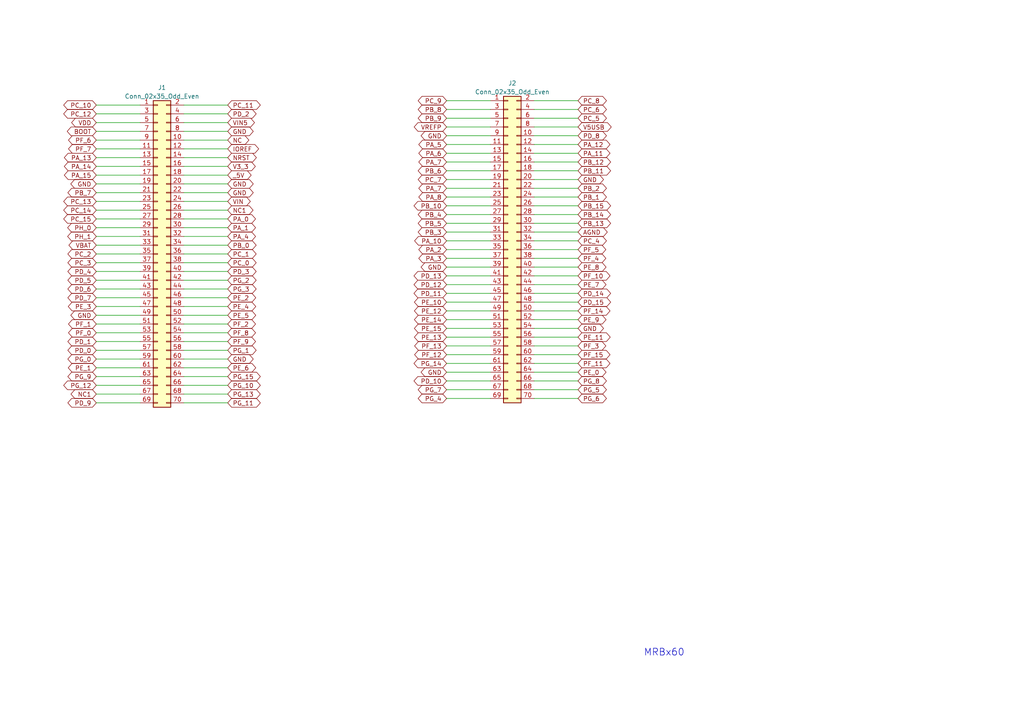
<source format=kicad_sch>
(kicad_sch (version 20230121) (generator eeschema)

  (uuid 4e9752a2-a771-4c18-8783-6b31a619dd78)

  (paper "A4")

  (lib_symbols
    (symbol "Connector_Generic:Conn_02x35_Odd_Even" (pin_names (offset 1.016) hide) (in_bom yes) (on_board yes)
      (property "Reference" "J" (at 1.27 45.72 0)
        (effects (font (size 1.27 1.27)))
      )
      (property "Value" "Conn_02x35_Odd_Even" (at 1.27 -45.72 0)
        (effects (font (size 1.27 1.27)))
      )
      (property "Footprint" "" (at 0 0 0)
        (effects (font (size 1.27 1.27)) hide)
      )
      (property "Datasheet" "~" (at 0 0 0)
        (effects (font (size 1.27 1.27)) hide)
      )
      (property "ki_keywords" "connector" (at 0 0 0)
        (effects (font (size 1.27 1.27)) hide)
      )
      (property "ki_description" "Generic connector, double row, 02x35, odd/even pin numbering scheme (row 1 odd numbers, row 2 even numbers), script generated (kicad-library-utils/schlib/autogen/connector/)" (at 0 0 0)
        (effects (font (size 1.27 1.27)) hide)
      )
      (property "ki_fp_filters" "Connector*:*_2x??_*" (at 0 0 0)
        (effects (font (size 1.27 1.27)) hide)
      )
      (symbol "Conn_02x35_Odd_Even_1_1"
        (rectangle (start -1.27 -43.053) (end 0 -43.307)
          (stroke (width 0.1524) (type default))
          (fill (type none))
        )
        (rectangle (start -1.27 -40.513) (end 0 -40.767)
          (stroke (width 0.1524) (type default))
          (fill (type none))
        )
        (rectangle (start -1.27 -37.973) (end 0 -38.227)
          (stroke (width 0.1524) (type default))
          (fill (type none))
        )
        (rectangle (start -1.27 -35.433) (end 0 -35.687)
          (stroke (width 0.1524) (type default))
          (fill (type none))
        )
        (rectangle (start -1.27 -32.893) (end 0 -33.147)
          (stroke (width 0.1524) (type default))
          (fill (type none))
        )
        (rectangle (start -1.27 -30.353) (end 0 -30.607)
          (stroke (width 0.1524) (type default))
          (fill (type none))
        )
        (rectangle (start -1.27 -27.813) (end 0 -28.067)
          (stroke (width 0.1524) (type default))
          (fill (type none))
        )
        (rectangle (start -1.27 -25.273) (end 0 -25.527)
          (stroke (width 0.1524) (type default))
          (fill (type none))
        )
        (rectangle (start -1.27 -22.733) (end 0 -22.987)
          (stroke (width 0.1524) (type default))
          (fill (type none))
        )
        (rectangle (start -1.27 -20.193) (end 0 -20.447)
          (stroke (width 0.1524) (type default))
          (fill (type none))
        )
        (rectangle (start -1.27 -17.653) (end 0 -17.907)
          (stroke (width 0.1524) (type default))
          (fill (type none))
        )
        (rectangle (start -1.27 -15.113) (end 0 -15.367)
          (stroke (width 0.1524) (type default))
          (fill (type none))
        )
        (rectangle (start -1.27 -12.573) (end 0 -12.827)
          (stroke (width 0.1524) (type default))
          (fill (type none))
        )
        (rectangle (start -1.27 -10.033) (end 0 -10.287)
          (stroke (width 0.1524) (type default))
          (fill (type none))
        )
        (rectangle (start -1.27 -7.493) (end 0 -7.747)
          (stroke (width 0.1524) (type default))
          (fill (type none))
        )
        (rectangle (start -1.27 -4.953) (end 0 -5.207)
          (stroke (width 0.1524) (type default))
          (fill (type none))
        )
        (rectangle (start -1.27 -2.413) (end 0 -2.667)
          (stroke (width 0.1524) (type default))
          (fill (type none))
        )
        (rectangle (start -1.27 0.127) (end 0 -0.127)
          (stroke (width 0.1524) (type default))
          (fill (type none))
        )
        (rectangle (start -1.27 2.667) (end 0 2.413)
          (stroke (width 0.1524) (type default))
          (fill (type none))
        )
        (rectangle (start -1.27 5.207) (end 0 4.953)
          (stroke (width 0.1524) (type default))
          (fill (type none))
        )
        (rectangle (start -1.27 7.747) (end 0 7.493)
          (stroke (width 0.1524) (type default))
          (fill (type none))
        )
        (rectangle (start -1.27 10.287) (end 0 10.033)
          (stroke (width 0.1524) (type default))
          (fill (type none))
        )
        (rectangle (start -1.27 12.827) (end 0 12.573)
          (stroke (width 0.1524) (type default))
          (fill (type none))
        )
        (rectangle (start -1.27 15.367) (end 0 15.113)
          (stroke (width 0.1524) (type default))
          (fill (type none))
        )
        (rectangle (start -1.27 17.907) (end 0 17.653)
          (stroke (width 0.1524) (type default))
          (fill (type none))
        )
        (rectangle (start -1.27 20.447) (end 0 20.193)
          (stroke (width 0.1524) (type default))
          (fill (type none))
        )
        (rectangle (start -1.27 22.987) (end 0 22.733)
          (stroke (width 0.1524) (type default))
          (fill (type none))
        )
        (rectangle (start -1.27 25.527) (end 0 25.273)
          (stroke (width 0.1524) (type default))
          (fill (type none))
        )
        (rectangle (start -1.27 28.067) (end 0 27.813)
          (stroke (width 0.1524) (type default))
          (fill (type none))
        )
        (rectangle (start -1.27 30.607) (end 0 30.353)
          (stroke (width 0.1524) (type default))
          (fill (type none))
        )
        (rectangle (start -1.27 33.147) (end 0 32.893)
          (stroke (width 0.1524) (type default))
          (fill (type none))
        )
        (rectangle (start -1.27 35.687) (end 0 35.433)
          (stroke (width 0.1524) (type default))
          (fill (type none))
        )
        (rectangle (start -1.27 38.227) (end 0 37.973)
          (stroke (width 0.1524) (type default))
          (fill (type none))
        )
        (rectangle (start -1.27 40.767) (end 0 40.513)
          (stroke (width 0.1524) (type default))
          (fill (type none))
        )
        (rectangle (start -1.27 43.307) (end 0 43.053)
          (stroke (width 0.1524) (type default))
          (fill (type none))
        )
        (rectangle (start -1.27 44.45) (end 3.81 -44.45)
          (stroke (width 0.254) (type default))
          (fill (type background))
        )
        (rectangle (start 3.81 -43.053) (end 2.54 -43.307)
          (stroke (width 0.1524) (type default))
          (fill (type none))
        )
        (rectangle (start 3.81 -40.513) (end 2.54 -40.767)
          (stroke (width 0.1524) (type default))
          (fill (type none))
        )
        (rectangle (start 3.81 -37.973) (end 2.54 -38.227)
          (stroke (width 0.1524) (type default))
          (fill (type none))
        )
        (rectangle (start 3.81 -35.433) (end 2.54 -35.687)
          (stroke (width 0.1524) (type default))
          (fill (type none))
        )
        (rectangle (start 3.81 -32.893) (end 2.54 -33.147)
          (stroke (width 0.1524) (type default))
          (fill (type none))
        )
        (rectangle (start 3.81 -30.353) (end 2.54 -30.607)
          (stroke (width 0.1524) (type default))
          (fill (type none))
        )
        (rectangle (start 3.81 -27.813) (end 2.54 -28.067)
          (stroke (width 0.1524) (type default))
          (fill (type none))
        )
        (rectangle (start 3.81 -25.273) (end 2.54 -25.527)
          (stroke (width 0.1524) (type default))
          (fill (type none))
        )
        (rectangle (start 3.81 -22.733) (end 2.54 -22.987)
          (stroke (width 0.1524) (type default))
          (fill (type none))
        )
        (rectangle (start 3.81 -20.193) (end 2.54 -20.447)
          (stroke (width 0.1524) (type default))
          (fill (type none))
        )
        (rectangle (start 3.81 -17.653) (end 2.54 -17.907)
          (stroke (width 0.1524) (type default))
          (fill (type none))
        )
        (rectangle (start 3.81 -15.113) (end 2.54 -15.367)
          (stroke (width 0.1524) (type default))
          (fill (type none))
        )
        (rectangle (start 3.81 -12.573) (end 2.54 -12.827)
          (stroke (width 0.1524) (type default))
          (fill (type none))
        )
        (rectangle (start 3.81 -10.033) (end 2.54 -10.287)
          (stroke (width 0.1524) (type default))
          (fill (type none))
        )
        (rectangle (start 3.81 -7.493) (end 2.54 -7.747)
          (stroke (width 0.1524) (type default))
          (fill (type none))
        )
        (rectangle (start 3.81 -4.953) (end 2.54 -5.207)
          (stroke (width 0.1524) (type default))
          (fill (type none))
        )
        (rectangle (start 3.81 -2.413) (end 2.54 -2.667)
          (stroke (width 0.1524) (type default))
          (fill (type none))
        )
        (rectangle (start 3.81 0.127) (end 2.54 -0.127)
          (stroke (width 0.1524) (type default))
          (fill (type none))
        )
        (rectangle (start 3.81 2.667) (end 2.54 2.413)
          (stroke (width 0.1524) (type default))
          (fill (type none))
        )
        (rectangle (start 3.81 5.207) (end 2.54 4.953)
          (stroke (width 0.1524) (type default))
          (fill (type none))
        )
        (rectangle (start 3.81 7.747) (end 2.54 7.493)
          (stroke (width 0.1524) (type default))
          (fill (type none))
        )
        (rectangle (start 3.81 10.287) (end 2.54 10.033)
          (stroke (width 0.1524) (type default))
          (fill (type none))
        )
        (rectangle (start 3.81 12.827) (end 2.54 12.573)
          (stroke (width 0.1524) (type default))
          (fill (type none))
        )
        (rectangle (start 3.81 15.367) (end 2.54 15.113)
          (stroke (width 0.1524) (type default))
          (fill (type none))
        )
        (rectangle (start 3.81 17.907) (end 2.54 17.653)
          (stroke (width 0.1524) (type default))
          (fill (type none))
        )
        (rectangle (start 3.81 20.447) (end 2.54 20.193)
          (stroke (width 0.1524) (type default))
          (fill (type none))
        )
        (rectangle (start 3.81 22.987) (end 2.54 22.733)
          (stroke (width 0.1524) (type default))
          (fill (type none))
        )
        (rectangle (start 3.81 25.527) (end 2.54 25.273)
          (stroke (width 0.1524) (type default))
          (fill (type none))
        )
        (rectangle (start 3.81 28.067) (end 2.54 27.813)
          (stroke (width 0.1524) (type default))
          (fill (type none))
        )
        (rectangle (start 3.81 30.607) (end 2.54 30.353)
          (stroke (width 0.1524) (type default))
          (fill (type none))
        )
        (rectangle (start 3.81 33.147) (end 2.54 32.893)
          (stroke (width 0.1524) (type default))
          (fill (type none))
        )
        (rectangle (start 3.81 35.687) (end 2.54 35.433)
          (stroke (width 0.1524) (type default))
          (fill (type none))
        )
        (rectangle (start 3.81 38.227) (end 2.54 37.973)
          (stroke (width 0.1524) (type default))
          (fill (type none))
        )
        (rectangle (start 3.81 40.767) (end 2.54 40.513)
          (stroke (width 0.1524) (type default))
          (fill (type none))
        )
        (rectangle (start 3.81 43.307) (end 2.54 43.053)
          (stroke (width 0.1524) (type default))
          (fill (type none))
        )
        (pin passive line (at -5.08 43.18 0) (length 3.81)
          (name "Pin_1" (effects (font (size 1.27 1.27))))
          (number "1" (effects (font (size 1.27 1.27))))
        )
        (pin passive line (at 7.62 33.02 180) (length 3.81)
          (name "Pin_10" (effects (font (size 1.27 1.27))))
          (number "10" (effects (font (size 1.27 1.27))))
        )
        (pin passive line (at -5.08 30.48 0) (length 3.81)
          (name "Pin_11" (effects (font (size 1.27 1.27))))
          (number "11" (effects (font (size 1.27 1.27))))
        )
        (pin passive line (at 7.62 30.48 180) (length 3.81)
          (name "Pin_12" (effects (font (size 1.27 1.27))))
          (number "12" (effects (font (size 1.27 1.27))))
        )
        (pin passive line (at -5.08 27.94 0) (length 3.81)
          (name "Pin_13" (effects (font (size 1.27 1.27))))
          (number "13" (effects (font (size 1.27 1.27))))
        )
        (pin passive line (at 7.62 27.94 180) (length 3.81)
          (name "Pin_14" (effects (font (size 1.27 1.27))))
          (number "14" (effects (font (size 1.27 1.27))))
        )
        (pin passive line (at -5.08 25.4 0) (length 3.81)
          (name "Pin_15" (effects (font (size 1.27 1.27))))
          (number "15" (effects (font (size 1.27 1.27))))
        )
        (pin passive line (at 7.62 25.4 180) (length 3.81)
          (name "Pin_16" (effects (font (size 1.27 1.27))))
          (number "16" (effects (font (size 1.27 1.27))))
        )
        (pin passive line (at -5.08 22.86 0) (length 3.81)
          (name "Pin_17" (effects (font (size 1.27 1.27))))
          (number "17" (effects (font (size 1.27 1.27))))
        )
        (pin passive line (at 7.62 22.86 180) (length 3.81)
          (name "Pin_18" (effects (font (size 1.27 1.27))))
          (number "18" (effects (font (size 1.27 1.27))))
        )
        (pin passive line (at -5.08 20.32 0) (length 3.81)
          (name "Pin_19" (effects (font (size 1.27 1.27))))
          (number "19" (effects (font (size 1.27 1.27))))
        )
        (pin passive line (at 7.62 43.18 180) (length 3.81)
          (name "Pin_2" (effects (font (size 1.27 1.27))))
          (number "2" (effects (font (size 1.27 1.27))))
        )
        (pin passive line (at 7.62 20.32 180) (length 3.81)
          (name "Pin_20" (effects (font (size 1.27 1.27))))
          (number "20" (effects (font (size 1.27 1.27))))
        )
        (pin passive line (at -5.08 17.78 0) (length 3.81)
          (name "Pin_21" (effects (font (size 1.27 1.27))))
          (number "21" (effects (font (size 1.27 1.27))))
        )
        (pin passive line (at 7.62 17.78 180) (length 3.81)
          (name "Pin_22" (effects (font (size 1.27 1.27))))
          (number "22" (effects (font (size 1.27 1.27))))
        )
        (pin passive line (at -5.08 15.24 0) (length 3.81)
          (name "Pin_23" (effects (font (size 1.27 1.27))))
          (number "23" (effects (font (size 1.27 1.27))))
        )
        (pin passive line (at 7.62 15.24 180) (length 3.81)
          (name "Pin_24" (effects (font (size 1.27 1.27))))
          (number "24" (effects (font (size 1.27 1.27))))
        )
        (pin passive line (at -5.08 12.7 0) (length 3.81)
          (name "Pin_25" (effects (font (size 1.27 1.27))))
          (number "25" (effects (font (size 1.27 1.27))))
        )
        (pin passive line (at 7.62 12.7 180) (length 3.81)
          (name "Pin_26" (effects (font (size 1.27 1.27))))
          (number "26" (effects (font (size 1.27 1.27))))
        )
        (pin passive line (at -5.08 10.16 0) (length 3.81)
          (name "Pin_27" (effects (font (size 1.27 1.27))))
          (number "27" (effects (font (size 1.27 1.27))))
        )
        (pin passive line (at 7.62 10.16 180) (length 3.81)
          (name "Pin_28" (effects (font (size 1.27 1.27))))
          (number "28" (effects (font (size 1.27 1.27))))
        )
        (pin passive line (at -5.08 7.62 0) (length 3.81)
          (name "Pin_29" (effects (font (size 1.27 1.27))))
          (number "29" (effects (font (size 1.27 1.27))))
        )
        (pin passive line (at -5.08 40.64 0) (length 3.81)
          (name "Pin_3" (effects (font (size 1.27 1.27))))
          (number "3" (effects (font (size 1.27 1.27))))
        )
        (pin passive line (at 7.62 7.62 180) (length 3.81)
          (name "Pin_30" (effects (font (size 1.27 1.27))))
          (number "30" (effects (font (size 1.27 1.27))))
        )
        (pin passive line (at -5.08 5.08 0) (length 3.81)
          (name "Pin_31" (effects (font (size 1.27 1.27))))
          (number "31" (effects (font (size 1.27 1.27))))
        )
        (pin passive line (at 7.62 5.08 180) (length 3.81)
          (name "Pin_32" (effects (font (size 1.27 1.27))))
          (number "32" (effects (font (size 1.27 1.27))))
        )
        (pin passive line (at -5.08 2.54 0) (length 3.81)
          (name "Pin_33" (effects (font (size 1.27 1.27))))
          (number "33" (effects (font (size 1.27 1.27))))
        )
        (pin passive line (at 7.62 2.54 180) (length 3.81)
          (name "Pin_34" (effects (font (size 1.27 1.27))))
          (number "34" (effects (font (size 1.27 1.27))))
        )
        (pin passive line (at -5.08 0 0) (length 3.81)
          (name "Pin_35" (effects (font (size 1.27 1.27))))
          (number "35" (effects (font (size 1.27 1.27))))
        )
        (pin passive line (at 7.62 0 180) (length 3.81)
          (name "Pin_36" (effects (font (size 1.27 1.27))))
          (number "36" (effects (font (size 1.27 1.27))))
        )
        (pin passive line (at -5.08 -2.54 0) (length 3.81)
          (name "Pin_37" (effects (font (size 1.27 1.27))))
          (number "37" (effects (font (size 1.27 1.27))))
        )
        (pin passive line (at 7.62 -2.54 180) (length 3.81)
          (name "Pin_38" (effects (font (size 1.27 1.27))))
          (number "38" (effects (font (size 1.27 1.27))))
        )
        (pin passive line (at -5.08 -5.08 0) (length 3.81)
          (name "Pin_39" (effects (font (size 1.27 1.27))))
          (number "39" (effects (font (size 1.27 1.27))))
        )
        (pin passive line (at 7.62 40.64 180) (length 3.81)
          (name "Pin_4" (effects (font (size 1.27 1.27))))
          (number "4" (effects (font (size 1.27 1.27))))
        )
        (pin passive line (at 7.62 -5.08 180) (length 3.81)
          (name "Pin_40" (effects (font (size 1.27 1.27))))
          (number "40" (effects (font (size 1.27 1.27))))
        )
        (pin passive line (at -5.08 -7.62 0) (length 3.81)
          (name "Pin_41" (effects (font (size 1.27 1.27))))
          (number "41" (effects (font (size 1.27 1.27))))
        )
        (pin passive line (at 7.62 -7.62 180) (length 3.81)
          (name "Pin_42" (effects (font (size 1.27 1.27))))
          (number "42" (effects (font (size 1.27 1.27))))
        )
        (pin passive line (at -5.08 -10.16 0) (length 3.81)
          (name "Pin_43" (effects (font (size 1.27 1.27))))
          (number "43" (effects (font (size 1.27 1.27))))
        )
        (pin passive line (at 7.62 -10.16 180) (length 3.81)
          (name "Pin_44" (effects (font (size 1.27 1.27))))
          (number "44" (effects (font (size 1.27 1.27))))
        )
        (pin passive line (at -5.08 -12.7 0) (length 3.81)
          (name "Pin_45" (effects (font (size 1.27 1.27))))
          (number "45" (effects (font (size 1.27 1.27))))
        )
        (pin passive line (at 7.62 -12.7 180) (length 3.81)
          (name "Pin_46" (effects (font (size 1.27 1.27))))
          (number "46" (effects (font (size 1.27 1.27))))
        )
        (pin passive line (at -5.08 -15.24 0) (length 3.81)
          (name "Pin_47" (effects (font (size 1.27 1.27))))
          (number "47" (effects (font (size 1.27 1.27))))
        )
        (pin passive line (at 7.62 -15.24 180) (length 3.81)
          (name "Pin_48" (effects (font (size 1.27 1.27))))
          (number "48" (effects (font (size 1.27 1.27))))
        )
        (pin passive line (at -5.08 -17.78 0) (length 3.81)
          (name "Pin_49" (effects (font (size 1.27 1.27))))
          (number "49" (effects (font (size 1.27 1.27))))
        )
        (pin passive line (at -5.08 38.1 0) (length 3.81)
          (name "Pin_5" (effects (font (size 1.27 1.27))))
          (number "5" (effects (font (size 1.27 1.27))))
        )
        (pin passive line (at 7.62 -17.78 180) (length 3.81)
          (name "Pin_50" (effects (font (size 1.27 1.27))))
          (number "50" (effects (font (size 1.27 1.27))))
        )
        (pin passive line (at -5.08 -20.32 0) (length 3.81)
          (name "Pin_51" (effects (font (size 1.27 1.27))))
          (number "51" (effects (font (size 1.27 1.27))))
        )
        (pin passive line (at 7.62 -20.32 180) (length 3.81)
          (name "Pin_52" (effects (font (size 1.27 1.27))))
          (number "52" (effects (font (size 1.27 1.27))))
        )
        (pin passive line (at -5.08 -22.86 0) (length 3.81)
          (name "Pin_53" (effects (font (size 1.27 1.27))))
          (number "53" (effects (font (size 1.27 1.27))))
        )
        (pin passive line (at 7.62 -22.86 180) (length 3.81)
          (name "Pin_54" (effects (font (size 1.27 1.27))))
          (number "54" (effects (font (size 1.27 1.27))))
        )
        (pin passive line (at -5.08 -25.4 0) (length 3.81)
          (name "Pin_55" (effects (font (size 1.27 1.27))))
          (number "55" (effects (font (size 1.27 1.27))))
        )
        (pin passive line (at 7.62 -25.4 180) (length 3.81)
          (name "Pin_56" (effects (font (size 1.27 1.27))))
          (number "56" (effects (font (size 1.27 1.27))))
        )
        (pin passive line (at -5.08 -27.94 0) (length 3.81)
          (name "Pin_57" (effects (font (size 1.27 1.27))))
          (number "57" (effects (font (size 1.27 1.27))))
        )
        (pin passive line (at 7.62 -27.94 180) (length 3.81)
          (name "Pin_58" (effects (font (size 1.27 1.27))))
          (number "58" (effects (font (size 1.27 1.27))))
        )
        (pin passive line (at -5.08 -30.48 0) (length 3.81)
          (name "Pin_59" (effects (font (size 1.27 1.27))))
          (number "59" (effects (font (size 1.27 1.27))))
        )
        (pin passive line (at 7.62 38.1 180) (length 3.81)
          (name "Pin_6" (effects (font (size 1.27 1.27))))
          (number "6" (effects (font (size 1.27 1.27))))
        )
        (pin passive line (at 7.62 -30.48 180) (length 3.81)
          (name "Pin_60" (effects (font (size 1.27 1.27))))
          (number "60" (effects (font (size 1.27 1.27))))
        )
        (pin passive line (at -5.08 -33.02 0) (length 3.81)
          (name "Pin_61" (effects (font (size 1.27 1.27))))
          (number "61" (effects (font (size 1.27 1.27))))
        )
        (pin passive line (at 7.62 -33.02 180) (length 3.81)
          (name "Pin_62" (effects (font (size 1.27 1.27))))
          (number "62" (effects (font (size 1.27 1.27))))
        )
        (pin passive line (at -5.08 -35.56 0) (length 3.81)
          (name "Pin_63" (effects (font (size 1.27 1.27))))
          (number "63" (effects (font (size 1.27 1.27))))
        )
        (pin passive line (at 7.62 -35.56 180) (length 3.81)
          (name "Pin_64" (effects (font (size 1.27 1.27))))
          (number "64" (effects (font (size 1.27 1.27))))
        )
        (pin passive line (at -5.08 -38.1 0) (length 3.81)
          (name "Pin_65" (effects (font (size 1.27 1.27))))
          (number "65" (effects (font (size 1.27 1.27))))
        )
        (pin passive line (at 7.62 -38.1 180) (length 3.81)
          (name "Pin_66" (effects (font (size 1.27 1.27))))
          (number "66" (effects (font (size 1.27 1.27))))
        )
        (pin passive line (at -5.08 -40.64 0) (length 3.81)
          (name "Pin_67" (effects (font (size 1.27 1.27))))
          (number "67" (effects (font (size 1.27 1.27))))
        )
        (pin passive line (at 7.62 -40.64 180) (length 3.81)
          (name "Pin_68" (effects (font (size 1.27 1.27))))
          (number "68" (effects (font (size 1.27 1.27))))
        )
        (pin passive line (at -5.08 -43.18 0) (length 3.81)
          (name "Pin_69" (effects (font (size 1.27 1.27))))
          (number "69" (effects (font (size 1.27 1.27))))
        )
        (pin passive line (at -5.08 35.56 0) (length 3.81)
          (name "Pin_7" (effects (font (size 1.27 1.27))))
          (number "7" (effects (font (size 1.27 1.27))))
        )
        (pin passive line (at 7.62 -43.18 180) (length 3.81)
          (name "Pin_70" (effects (font (size 1.27 1.27))))
          (number "70" (effects (font (size 1.27 1.27))))
        )
        (pin passive line (at 7.62 35.56 180) (length 3.81)
          (name "Pin_8" (effects (font (size 1.27 1.27))))
          (number "8" (effects (font (size 1.27 1.27))))
        )
        (pin passive line (at -5.08 33.02 0) (length 3.81)
          (name "Pin_9" (effects (font (size 1.27 1.27))))
          (number "9" (effects (font (size 1.27 1.27))))
        )
      )
    )
  )



  (wire (pts (xy 66.04 35.56) (xy 53.34 35.56))
    (stroke (width 0) (type default))
    (uuid 0307e7d7-5b06-4f6a-b717-9b78b76e06f1)
  )
  (wire (pts (xy 167.64 59.69) (xy 154.94 59.69))
    (stroke (width 0) (type default))
    (uuid 03ce4bd9-7830-44ac-b759-7658debd8b87)
  )
  (wire (pts (xy 129.54 110.49) (xy 142.24 110.49))
    (stroke (width 0) (type default))
    (uuid 0478ac42-d940-4070-99cd-8d9f482298fc)
  )
  (wire (pts (xy 129.54 36.83) (xy 142.24 36.83))
    (stroke (width 0) (type default))
    (uuid 07a74bce-5a88-4d6a-b2f7-191359e88379)
  )
  (wire (pts (xy 66.04 81.28) (xy 53.34 81.28))
    (stroke (width 0) (type default))
    (uuid 0835728f-92cd-463f-8423-644dc7872dd1)
  )
  (wire (pts (xy 167.64 113.03) (xy 154.94 113.03))
    (stroke (width 0) (type default))
    (uuid 0850f48d-9d8a-44b4-8892-a51aa92c88db)
  )
  (wire (pts (xy 27.94 48.26) (xy 40.64 48.26))
    (stroke (width 0) (type default))
    (uuid 0a96f7ac-edd3-4e7b-8ca5-2892f38962fe)
  )
  (wire (pts (xy 167.64 52.07) (xy 154.94 52.07))
    (stroke (width 0) (type default))
    (uuid 0d0378d3-2d5b-4ff2-881b-eadd44dde491)
  )
  (wire (pts (xy 167.64 87.63) (xy 154.94 87.63))
    (stroke (width 0) (type default))
    (uuid 0fcafec9-23a7-4ec7-bde3-5c6f4954e4cf)
  )
  (wire (pts (xy 66.04 99.06) (xy 53.34 99.06))
    (stroke (width 0) (type default))
    (uuid 15e317c8-2d83-42ea-9219-16217e9550a5)
  )
  (wire (pts (xy 27.94 50.8) (xy 40.64 50.8))
    (stroke (width 0) (type default))
    (uuid 16cca676-79ac-4e3b-b715-271273f1a81c)
  )
  (wire (pts (xy 66.04 73.66) (xy 53.34 73.66))
    (stroke (width 0) (type default))
    (uuid 1a5eb9ca-3a35-4d4f-87e7-d8155ac9ae8f)
  )
  (wire (pts (xy 167.64 90.17) (xy 154.94 90.17))
    (stroke (width 0) (type default))
    (uuid 1b866228-0159-4c4f-99b0-02a04b2f76bf)
  )
  (wire (pts (xy 167.64 34.29) (xy 154.94 34.29))
    (stroke (width 0) (type default))
    (uuid 1da811dd-a290-4bdc-bbd6-ae0cba15f7e6)
  )
  (wire (pts (xy 129.54 54.61) (xy 142.24 54.61))
    (stroke (width 0) (type default))
    (uuid 22250c2b-7e39-4c43-8ee2-5978fed6d955)
  )
  (wire (pts (xy 27.94 38.1) (xy 40.64 38.1))
    (stroke (width 0) (type default))
    (uuid 27218db8-de3e-4d2f-bfde-361748342291)
  )
  (wire (pts (xy 129.54 59.69) (xy 142.24 59.69))
    (stroke (width 0) (type default))
    (uuid 2729bd6c-d0e1-47fd-ae86-8ce17f49472c)
  )
  (wire (pts (xy 27.94 60.96) (xy 40.64 60.96))
    (stroke (width 0) (type default))
    (uuid 27ca9c97-5fff-4bcd-9b76-de7d2cacb1c8)
  )
  (wire (pts (xy 167.64 54.61) (xy 154.94 54.61))
    (stroke (width 0) (type default))
    (uuid 297e17fc-ff7c-4ac0-bc8c-1080a85116ac)
  )
  (wire (pts (xy 167.64 62.23) (xy 154.94 62.23))
    (stroke (width 0) (type default))
    (uuid 2d9fae31-90f8-4a84-851d-6f2556666061)
  )
  (wire (pts (xy 27.94 91.44) (xy 40.64 91.44))
    (stroke (width 0) (type default))
    (uuid 3046f57e-77aa-4a86-8e51-158330e82b6a)
  )
  (wire (pts (xy 167.64 41.91) (xy 154.94 41.91))
    (stroke (width 0) (type default))
    (uuid 30a8f360-51cb-47c5-b5af-b161a4425324)
  )
  (wire (pts (xy 66.04 30.48) (xy 53.34 30.48))
    (stroke (width 0) (type default))
    (uuid 30b50d7f-6b08-40d3-b209-95408e77b0a4)
  )
  (wire (pts (xy 27.94 66.04) (xy 40.64 66.04))
    (stroke (width 0) (type default))
    (uuid 32f732a0-fd9b-4aeb-a2fe-49f8e4a188d6)
  )
  (wire (pts (xy 27.94 68.58) (xy 40.64 68.58))
    (stroke (width 0) (type default))
    (uuid 36f0391d-1d27-4e94-864b-254a48d502ce)
  )
  (wire (pts (xy 66.04 106.68) (xy 53.34 106.68))
    (stroke (width 0) (type default))
    (uuid 3a1c16dc-40ac-4e18-8591-b5140d1828d7)
  )
  (wire (pts (xy 66.04 83.82) (xy 53.34 83.82))
    (stroke (width 0) (type default))
    (uuid 3a3d118b-eedc-45aa-b884-e62bb1bb0ac3)
  )
  (wire (pts (xy 66.04 78.74) (xy 53.34 78.74))
    (stroke (width 0) (type default))
    (uuid 3d719038-13f9-455b-abc1-5e1879f52ccc)
  )
  (wire (pts (xy 167.64 80.01) (xy 154.94 80.01))
    (stroke (width 0) (type default))
    (uuid 3f410580-ce66-40cd-8800-8043c043bef1)
  )
  (wire (pts (xy 66.04 71.12) (xy 53.34 71.12))
    (stroke (width 0) (type default))
    (uuid 400c2130-dc35-4efa-9ce5-482409de7c35)
  )
  (wire (pts (xy 129.54 102.87) (xy 142.24 102.87))
    (stroke (width 0) (type default))
    (uuid 4c9c02fd-a339-4753-aa64-dea01b5a0609)
  )
  (wire (pts (xy 129.54 62.23) (xy 142.24 62.23))
    (stroke (width 0) (type default))
    (uuid 4dc4bbb4-9576-4d3d-b64f-f85f0d4a0bf5)
  )
  (wire (pts (xy 66.04 68.58) (xy 53.34 68.58))
    (stroke (width 0) (type default))
    (uuid 4f8e389e-d5a3-48e4-9a61-1d2d57bf2cc8)
  )
  (wire (pts (xy 27.94 111.76) (xy 40.64 111.76))
    (stroke (width 0) (type default))
    (uuid 4fac12bb-22e9-4b44-a5d3-96a138ef67cc)
  )
  (wire (pts (xy 66.04 86.36) (xy 53.34 86.36))
    (stroke (width 0) (type default))
    (uuid 534c3886-2e9a-486d-9f23-a532a2de0983)
  )
  (wire (pts (xy 27.94 101.6) (xy 40.64 101.6))
    (stroke (width 0) (type default))
    (uuid 584f5b0b-987c-446b-8087-e24b839899bc)
  )
  (wire (pts (xy 66.04 88.9) (xy 53.34 88.9))
    (stroke (width 0) (type default))
    (uuid 5a833a20-ee33-4971-9682-71cb797b2f4b)
  )
  (wire (pts (xy 129.54 49.53) (xy 142.24 49.53))
    (stroke (width 0) (type default))
    (uuid 5d88b8c0-58bc-4978-a25d-2b2df71f136c)
  )
  (wire (pts (xy 129.54 97.79) (xy 142.24 97.79))
    (stroke (width 0) (type default))
    (uuid 6034b0d4-924a-4c2c-a0c1-c76ea0cff74a)
  )
  (wire (pts (xy 27.94 83.82) (xy 40.64 83.82))
    (stroke (width 0) (type default))
    (uuid 60356c6d-ae89-4c4c-a080-f8fd954ac517)
  )
  (wire (pts (xy 167.64 31.75) (xy 154.94 31.75))
    (stroke (width 0) (type default))
    (uuid 62900e8d-d7a9-460a-8f10-bdc0f0790090)
  )
  (wire (pts (xy 66.04 96.52) (xy 53.34 96.52))
    (stroke (width 0) (type default))
    (uuid 661a2fe0-9d9f-414f-937f-ecfa9eb17c91)
  )
  (wire (pts (xy 27.94 99.06) (xy 40.64 99.06))
    (stroke (width 0) (type default))
    (uuid 67b8dba9-ba44-4b0d-b752-f493f10c9c30)
  )
  (wire (pts (xy 167.64 36.83) (xy 154.94 36.83))
    (stroke (width 0) (type default))
    (uuid 68433a08-f956-453f-ae04-ee5ff79d271a)
  )
  (wire (pts (xy 66.04 45.72) (xy 53.34 45.72))
    (stroke (width 0) (type default))
    (uuid 693dd93e-6f35-42a7-acde-b681de811ac9)
  )
  (wire (pts (xy 27.94 114.3) (xy 40.64 114.3))
    (stroke (width 0) (type default))
    (uuid 698d7256-e058-44c4-92a5-51d4c2fa959d)
  )
  (wire (pts (xy 129.54 105.41) (xy 142.24 105.41))
    (stroke (width 0) (type default))
    (uuid 6a576f4e-bc77-4c81-939f-dba18eaa23e3)
  )
  (wire (pts (xy 27.94 71.12) (xy 40.64 71.12))
    (stroke (width 0) (type default))
    (uuid 6ab71764-87ed-428f-9a89-cc1e6ec74a25)
  )
  (wire (pts (xy 27.94 86.36) (xy 40.64 86.36))
    (stroke (width 0) (type default))
    (uuid 6ddbee2d-0ef9-4ff5-bde2-ad977c965703)
  )
  (wire (pts (xy 27.94 76.2) (xy 40.64 76.2))
    (stroke (width 0) (type default))
    (uuid 6de24256-8152-488f-9cb2-d135189f391c)
  )
  (wire (pts (xy 27.94 81.28) (xy 40.64 81.28))
    (stroke (width 0) (type default))
    (uuid 71c23dc1-9abd-4a6a-8867-2f7895f0833c)
  )
  (wire (pts (xy 27.94 53.34) (xy 40.64 53.34))
    (stroke (width 0) (type default))
    (uuid 73707cc9-8be2-4ef3-b225-0ada339ae205)
  )
  (wire (pts (xy 167.64 72.39) (xy 154.94 72.39))
    (stroke (width 0) (type default))
    (uuid 752d8332-8a5b-4abf-b0da-fe91ac7dc8f5)
  )
  (wire (pts (xy 129.54 107.95) (xy 142.24 107.95))
    (stroke (width 0) (type default))
    (uuid 76598015-5193-4aa4-b4e2-53d8f8362965)
  )
  (wire (pts (xy 66.04 109.22) (xy 53.34 109.22))
    (stroke (width 0) (type default))
    (uuid 788a39b6-8739-4f9d-b74c-adf0a5958aef)
  )
  (wire (pts (xy 129.54 39.37) (xy 142.24 39.37))
    (stroke (width 0) (type default))
    (uuid 78f3367d-29ee-43ee-b99a-5c6803209af5)
  )
  (wire (pts (xy 66.04 33.02) (xy 53.34 33.02))
    (stroke (width 0) (type default))
    (uuid 795e0c82-fda2-4e19-8e3e-f5d485ffb9dc)
  )
  (wire (pts (xy 66.04 48.26) (xy 53.34 48.26))
    (stroke (width 0) (type default))
    (uuid 7eb7a611-66e5-4757-a76f-26f59d4a0d76)
  )
  (wire (pts (xy 27.94 116.84) (xy 40.64 116.84))
    (stroke (width 0) (type default))
    (uuid 80791b5d-b2b5-4300-b3c4-f97612f4446c)
  )
  (wire (pts (xy 167.64 95.25) (xy 154.94 95.25))
    (stroke (width 0) (type default))
    (uuid 816a3596-8653-4cd4-b710-aa402f858d6a)
  )
  (wire (pts (xy 167.64 64.77) (xy 154.94 64.77))
    (stroke (width 0) (type default))
    (uuid 81a7a1dc-bc14-495d-8d67-f9b42eca919f)
  )
  (wire (pts (xy 27.94 93.98) (xy 40.64 93.98))
    (stroke (width 0) (type default))
    (uuid 81cac6dc-e99b-40b9-a045-6eb7697bf56e)
  )
  (wire (pts (xy 129.54 92.71) (xy 142.24 92.71))
    (stroke (width 0) (type default))
    (uuid 82291552-feb1-4ccf-ba45-d9787d2d8dd1)
  )
  (wire (pts (xy 167.64 107.95) (xy 154.94 107.95))
    (stroke (width 0) (type default))
    (uuid 832260fe-ccbb-47fc-902e-f3f009beea2b)
  )
  (wire (pts (xy 167.64 85.09) (xy 154.94 85.09))
    (stroke (width 0) (type default))
    (uuid 87fed325-2e61-415c-adfc-36b3fdc1177d)
  )
  (wire (pts (xy 27.94 35.56) (xy 40.64 35.56))
    (stroke (width 0) (type default))
    (uuid 89c54ba8-a498-4f30-bffd-c1510e1cd6d3)
  )
  (wire (pts (xy 129.54 72.39) (xy 142.24 72.39))
    (stroke (width 0) (type default))
    (uuid 8df20efb-cb61-454a-86cc-19645754d635)
  )
  (wire (pts (xy 129.54 100.33) (xy 142.24 100.33))
    (stroke (width 0) (type default))
    (uuid 8e27d468-01f3-466a-b50a-1124f1592420)
  )
  (wire (pts (xy 167.64 82.55) (xy 154.94 82.55))
    (stroke (width 0) (type default))
    (uuid 8ea737d1-e55e-4624-8d61-a454eaa4617c)
  )
  (wire (pts (xy 167.64 92.71) (xy 154.94 92.71))
    (stroke (width 0) (type default))
    (uuid 94d47307-5be3-43c9-99e4-e91697768dff)
  )
  (wire (pts (xy 167.64 100.33) (xy 154.94 100.33))
    (stroke (width 0) (type default))
    (uuid 95742750-024b-4a4a-86b8-8431fe91d40f)
  )
  (wire (pts (xy 27.94 106.68) (xy 40.64 106.68))
    (stroke (width 0) (type default))
    (uuid 9700b644-710b-425d-9cdb-cc4b794de1b4)
  )
  (wire (pts (xy 27.94 58.42) (xy 40.64 58.42))
    (stroke (width 0) (type default))
    (uuid 9c025f4a-855f-4be3-9dab-b6fa965c74e8)
  )
  (wire (pts (xy 167.64 110.49) (xy 154.94 110.49))
    (stroke (width 0) (type default))
    (uuid 9d2b8fc5-a30b-4867-9aab-ae255570f8c6)
  )
  (wire (pts (xy 167.64 44.45) (xy 154.94 44.45))
    (stroke (width 0) (type default))
    (uuid a101ec13-59a8-452e-a18a-589fb35d1ba0)
  )
  (wire (pts (xy 129.54 29.21) (xy 142.24 29.21))
    (stroke (width 0) (type default))
    (uuid a396f63d-1262-4a7b-8d81-d2f1767ae82c)
  )
  (wire (pts (xy 129.54 87.63) (xy 142.24 87.63))
    (stroke (width 0) (type default))
    (uuid a3c79850-f7aa-4b9b-bbb5-f804ed85087d)
  )
  (wire (pts (xy 27.94 30.48) (xy 40.64 30.48))
    (stroke (width 0) (type default))
    (uuid a54d7f25-bca7-4429-89e5-0dc2af2dae57)
  )
  (wire (pts (xy 167.64 69.85) (xy 154.94 69.85))
    (stroke (width 0) (type default))
    (uuid a72a78b0-29db-4d40-9959-a8400210fa16)
  )
  (wire (pts (xy 27.94 88.9) (xy 40.64 88.9))
    (stroke (width 0) (type default))
    (uuid a8024b21-3839-47bd-aff1-c8d59c6d46b0)
  )
  (wire (pts (xy 66.04 38.1) (xy 53.34 38.1))
    (stroke (width 0) (type default))
    (uuid a85d27eb-d890-4ece-a9e5-85ae2a4d8b6a)
  )
  (wire (pts (xy 66.04 43.18) (xy 53.34 43.18))
    (stroke (width 0) (type default))
    (uuid aa366907-80bb-4699-87c6-56245c6d951f)
  )
  (wire (pts (xy 129.54 69.85) (xy 142.24 69.85))
    (stroke (width 0) (type default))
    (uuid aad1202b-c312-42b0-9784-cf6e6df1eb1d)
  )
  (wire (pts (xy 129.54 80.01) (xy 142.24 80.01))
    (stroke (width 0) (type default))
    (uuid aaf941b5-11a1-4052-9815-1de5a8c105e8)
  )
  (wire (pts (xy 129.54 85.09) (xy 142.24 85.09))
    (stroke (width 0) (type default))
    (uuid ab863679-a464-461d-9c32-9d69b46b8242)
  )
  (wire (pts (xy 129.54 67.31) (xy 142.24 67.31))
    (stroke (width 0) (type default))
    (uuid b5ccad24-82a2-4533-831a-4082231af653)
  )
  (wire (pts (xy 27.94 40.64) (xy 40.64 40.64))
    (stroke (width 0) (type default))
    (uuid b6e399a1-9a58-49bd-97af-7ee206f20130)
  )
  (wire (pts (xy 129.54 95.25) (xy 142.24 95.25))
    (stroke (width 0) (type default))
    (uuid b6fe3006-cbf9-4036-9076-225fdeb4cd84)
  )
  (wire (pts (xy 66.04 50.8) (xy 53.34 50.8))
    (stroke (width 0) (type default))
    (uuid b7168e4d-9a96-4a6f-91fb-ddfb6b78f54f)
  )
  (wire (pts (xy 129.54 90.17) (xy 142.24 90.17))
    (stroke (width 0) (type default))
    (uuid ba94a148-0b6f-47d1-a44d-203acb6ec881)
  )
  (wire (pts (xy 27.94 104.14) (xy 40.64 104.14))
    (stroke (width 0) (type default))
    (uuid bb93085e-ca71-4d5f-91c9-a3cfc1976c04)
  )
  (wire (pts (xy 27.94 96.52) (xy 40.64 96.52))
    (stroke (width 0) (type default))
    (uuid bdd72010-91c5-4b6e-9bed-8104f145698e)
  )
  (wire (pts (xy 27.94 33.02) (xy 40.64 33.02))
    (stroke (width 0) (type default))
    (uuid bee2d2bb-b523-4a97-8270-ba2cd9000b61)
  )
  (wire (pts (xy 167.64 74.93) (xy 154.94 74.93))
    (stroke (width 0) (type default))
    (uuid c006c894-02f9-4010-9106-97c88f2edd1f)
  )
  (wire (pts (xy 167.64 77.47) (xy 154.94 77.47))
    (stroke (width 0) (type default))
    (uuid c236511c-bdb0-4019-afd9-e2925d349f8a)
  )
  (wire (pts (xy 129.54 64.77) (xy 142.24 64.77))
    (stroke (width 0) (type default))
    (uuid c2b063e6-bfc7-4745-8a98-acee9356f265)
  )
  (wire (pts (xy 129.54 57.15) (xy 142.24 57.15))
    (stroke (width 0) (type default))
    (uuid c2d76734-7379-454e-9229-07b0d246cb98)
  )
  (wire (pts (xy 167.64 57.15) (xy 154.94 57.15))
    (stroke (width 0) (type default))
    (uuid c527b13a-6c9f-44b6-a275-a31d0b864115)
  )
  (wire (pts (xy 66.04 101.6) (xy 53.34 101.6))
    (stroke (width 0) (type default))
    (uuid c5da7ddc-bb3b-4135-aa12-22997acc4731)
  )
  (wire (pts (xy 27.94 45.72) (xy 40.64 45.72))
    (stroke (width 0) (type default))
    (uuid c606ee52-5c4d-454a-bf2a-cacc393b8b3b)
  )
  (wire (pts (xy 167.64 29.21) (xy 154.94 29.21))
    (stroke (width 0) (type default))
    (uuid c6e460ec-0cbe-4e05-ab77-49ce255d978f)
  )
  (wire (pts (xy 66.04 114.3) (xy 53.34 114.3))
    (stroke (width 0) (type default))
    (uuid c7c62f0c-eba0-49ed-8d1d-3c1090377e11)
  )
  (wire (pts (xy 129.54 77.47) (xy 142.24 77.47))
    (stroke (width 0) (type default))
    (uuid c900a410-4b8c-4acd-ac25-0b4162919e18)
  )
  (wire (pts (xy 66.04 111.76) (xy 53.34 111.76))
    (stroke (width 0) (type default))
    (uuid c91ce971-afa0-4c81-bc6f-87d15c0e88be)
  )
  (wire (pts (xy 27.94 73.66) (xy 40.64 73.66))
    (stroke (width 0) (type default))
    (uuid ca0b36a8-8c17-42a1-bbb6-af53505d7b49)
  )
  (wire (pts (xy 129.54 52.07) (xy 142.24 52.07))
    (stroke (width 0) (type default))
    (uuid cc1e1748-7623-44b8-811d-aa12af79592d)
  )
  (wire (pts (xy 66.04 66.04) (xy 53.34 66.04))
    (stroke (width 0) (type default))
    (uuid cc535c1a-9221-4538-aeb4-f54fa44537e2)
  )
  (wire (pts (xy 167.64 105.41) (xy 154.94 105.41))
    (stroke (width 0) (type default))
    (uuid d124f286-cf1c-4d6e-b84c-a8b0f4586d88)
  )
  (wire (pts (xy 167.64 97.79) (xy 154.94 97.79))
    (stroke (width 0) (type default))
    (uuid d2675586-5879-4bbe-948a-bb2e606949db)
  )
  (wire (pts (xy 129.54 82.55) (xy 142.24 82.55))
    (stroke (width 0) (type default))
    (uuid d32816ed-e422-4bd6-abbc-bb9effef312f)
  )
  (wire (pts (xy 129.54 34.29) (xy 142.24 34.29))
    (stroke (width 0) (type default))
    (uuid d430658e-962f-4932-9e4b-cbd90acc1be6)
  )
  (wire (pts (xy 27.94 78.74) (xy 40.64 78.74))
    (stroke (width 0) (type default))
    (uuid d722a2f4-3246-4576-9000-44442ff31b58)
  )
  (wire (pts (xy 129.54 31.75) (xy 142.24 31.75))
    (stroke (width 0) (type default))
    (uuid d7b3c104-00d8-4883-b535-dde76a17ded6)
  )
  (wire (pts (xy 66.04 40.64) (xy 53.34 40.64))
    (stroke (width 0) (type default))
    (uuid da168b12-301a-46d9-b224-ac0789cc96e6)
  )
  (wire (pts (xy 167.64 102.87) (xy 154.94 102.87))
    (stroke (width 0) (type default))
    (uuid dae5a396-370c-4a2f-ba18-163d3a754196)
  )
  (wire (pts (xy 129.54 44.45) (xy 142.24 44.45))
    (stroke (width 0) (type default))
    (uuid daf851ce-3645-4626-8b61-d19699679480)
  )
  (wire (pts (xy 27.94 55.88) (xy 40.64 55.88))
    (stroke (width 0) (type default))
    (uuid dcf98297-b58e-429d-b136-095e228bb155)
  )
  (wire (pts (xy 66.04 91.44) (xy 53.34 91.44))
    (stroke (width 0) (type default))
    (uuid dd44702e-91c3-4e63-bd1d-485d4b669ae6)
  )
  (wire (pts (xy 129.54 113.03) (xy 142.24 113.03))
    (stroke (width 0) (type default))
    (uuid ddc5e5b2-fc38-4a8c-8846-502aebe06e72)
  )
  (wire (pts (xy 167.64 49.53) (xy 154.94 49.53))
    (stroke (width 0) (type default))
    (uuid de774008-0b8a-41d0-b57d-9d4c406cc234)
  )
  (wire (pts (xy 66.04 55.88) (xy 53.34 55.88))
    (stroke (width 0) (type default))
    (uuid e0c0df5d-0e95-4e3e-8796-84b3bc3d1a92)
  )
  (wire (pts (xy 66.04 63.5) (xy 53.34 63.5))
    (stroke (width 0) (type default))
    (uuid e17c7053-1c27-4fe2-a8e6-6cdeb9e172f8)
  )
  (wire (pts (xy 66.04 93.98) (xy 53.34 93.98))
    (stroke (width 0) (type default))
    (uuid e37630d6-dd1f-4cd8-b2ab-fdc47e5866a6)
  )
  (wire (pts (xy 66.04 53.34) (xy 53.34 53.34))
    (stroke (width 0) (type default))
    (uuid e62e6dde-e7fa-48ff-9dc9-738fc0fc9ae7)
  )
  (wire (pts (xy 27.94 63.5) (xy 40.64 63.5))
    (stroke (width 0) (type default))
    (uuid e6e632b9-8f81-485b-9a0c-80ea8879ccf1)
  )
  (wire (pts (xy 27.94 43.18) (xy 40.64 43.18))
    (stroke (width 0) (type default))
    (uuid e6e7baf8-c464-4c67-82b9-35a1615b15fa)
  )
  (wire (pts (xy 167.64 115.57) (xy 154.94 115.57))
    (stroke (width 0) (type default))
    (uuid e72ff4fd-2764-4da5-a488-3d6725868c4d)
  )
  (wire (pts (xy 129.54 74.93) (xy 142.24 74.93))
    (stroke (width 0) (type default))
    (uuid ea312c36-6ed3-4b64-9bcf-c18334a6196c)
  )
  (wire (pts (xy 66.04 60.96) (xy 53.34 60.96))
    (stroke (width 0) (type default))
    (uuid ed03f381-5f6a-4580-a53a-30269d45756f)
  )
  (wire (pts (xy 66.04 76.2) (xy 53.34 76.2))
    (stroke (width 0) (type default))
    (uuid eed0ae89-256c-4791-8929-60b442f8fb2f)
  )
  (wire (pts (xy 129.54 46.99) (xy 142.24 46.99))
    (stroke (width 0) (type default))
    (uuid f1440a64-3672-4da3-a491-8fc636ff971a)
  )
  (wire (pts (xy 129.54 41.91) (xy 142.24 41.91))
    (stroke (width 0) (type default))
    (uuid f7f09340-9051-491f-8aa2-b655ab297179)
  )
  (wire (pts (xy 167.64 39.37) (xy 154.94 39.37))
    (stroke (width 0) (type default))
    (uuid f84450ee-f423-4134-97cd-13839c85bb57)
  )
  (wire (pts (xy 167.64 46.99) (xy 154.94 46.99))
    (stroke (width 0) (type default))
    (uuid f8b033d8-14ca-4d26-9d2e-dc6f335a7e4a)
  )
  (wire (pts (xy 66.04 116.84) (xy 53.34 116.84))
    (stroke (width 0) (type default))
    (uuid f93e92e1-3a78-435d-90d0-0176f9917520)
  )
  (wire (pts (xy 167.64 67.31) (xy 154.94 67.31))
    (stroke (width 0) (type default))
    (uuid fa40a7fe-e591-4f26-9aae-b6de046079a6)
  )
  (wire (pts (xy 66.04 58.42) (xy 53.34 58.42))
    (stroke (width 0) (type default))
    (uuid fa63f19f-ec32-465b-a295-63d7d27a4a82)
  )
  (wire (pts (xy 27.94 109.22) (xy 40.64 109.22))
    (stroke (width 0) (type default))
    (uuid fb07618c-f42d-45b1-ae2c-75321a960335)
  )
  (wire (pts (xy 129.54 115.57) (xy 142.24 115.57))
    (stroke (width 0) (type default))
    (uuid fcf84941-c948-4f52-9684-d17a303eebc4)
  )
  (wire (pts (xy 66.04 104.14) (xy 53.34 104.14))
    (stroke (width 0) (type default))
    (uuid ff126c60-cb3a-4978-9592-0293a7f9e33b)
  )

  (text "MRBx60" (at 186.69 190.5 0)
    (effects (font (size 2 2)) (justify left bottom))
    (uuid 106f0523-fbb4-49c0-9c0d-62aaf2a4ef07)
  )

  (global_label "PB_5" (shape bidirectional) (at 129.54 64.77 180) (fields_autoplaced)
    (effects (font (size 1.27 1.27)) (justify right))
    (uuid 0038ae4f-7b17-433c-9afd-d16cc0f158e2)
    (property "Intersheetrefs" "${INTERSHEET_REFS}" (at 120.8058 64.77 0)
      (effects (font (size 1.27 1.27)) (justify right) hide)
    )
  )
  (global_label "V5USB" (shape bidirectional) (at 167.64 36.83 0) (fields_autoplaced)
    (effects (font (size 1.27 1.27)) (justify left))
    (uuid 00b5f7b6-458c-4f07-a2f8-6c8bb8604c3d)
    (property "Intersheetrefs" "${INTERSHEET_REFS}" (at 177.7652 36.83 0)
      (effects (font (size 1.27 1.27)) (justify left) hide)
    )
  )
  (global_label "PF_11" (shape bidirectional) (at 167.64 105.41 0) (fields_autoplaced)
    (effects (font (size 1.27 1.27)) (justify left))
    (uuid 04f6a231-d234-43c5-a189-3b7da300629d)
    (property "Intersheetrefs" "${INTERSHEET_REFS}" (at 177.4023 105.41 0)
      (effects (font (size 1.27 1.27)) (justify left) hide)
    )
  )
  (global_label "PG_1" (shape bidirectional) (at 66.04 101.6 0) (fields_autoplaced)
    (effects (font (size 1.27 1.27)) (justify left))
    (uuid 05040ae8-a8c7-4d65-8edd-19d4f1a8cc38)
    (property "Intersheetrefs" "${INTERSHEET_REFS}" (at 74.7742 101.6 0)
      (effects (font (size 1.27 1.27)) (justify left) hide)
    )
  )
  (global_label "PE_0" (shape bidirectional) (at 167.64 107.95 0) (fields_autoplaced)
    (effects (font (size 1.27 1.27)) (justify left))
    (uuid 0a4a6fe8-88eb-4e2e-bb9f-9cd705006209)
    (property "Intersheetrefs" "${INTERSHEET_REFS}" (at 176.2532 107.95 0)
      (effects (font (size 1.27 1.27)) (justify left) hide)
    )
  )
  (global_label "PA_1" (shape bidirectional) (at 66.04 66.04 0) (fields_autoplaced)
    (effects (font (size 1.27 1.27)) (justify left))
    (uuid 0b775ae4-5955-434c-978d-6671b24bf12a)
    (property "Intersheetrefs" "${INTERSHEET_REFS}" (at 74.5928 66.04 0)
      (effects (font (size 1.27 1.27)) (justify left) hide)
    )
  )
  (global_label "PF_4" (shape bidirectional) (at 167.64 74.93 0) (fields_autoplaced)
    (effects (font (size 1.27 1.27)) (justify left))
    (uuid 0c37acb8-9240-48bf-9bcc-d7e5121cf95d)
    (property "Intersheetrefs" "${INTERSHEET_REFS}" (at 176.1928 74.93 0)
      (effects (font (size 1.27 1.27)) (justify left) hide)
    )
  )
  (global_label "VIN" (shape bidirectional) (at 66.04 58.42 0) (fields_autoplaced)
    (effects (font (size 1.27 1.27)) (justify left))
    (uuid 0eeab5e9-d951-4b9a-a2e3-3e8ac5e67b1b)
    (property "Intersheetrefs" "${INTERSHEET_REFS}" (at 73.081 58.42 0)
      (effects (font (size 1.27 1.27)) (justify left) hide)
    )
  )
  (global_label "PH_0" (shape bidirectional) (at 27.94 66.04 180) (fields_autoplaced)
    (effects (font (size 1.27 1.27)) (justify right))
    (uuid 1639506a-7ab3-4b4b-b6f3-2e2b2a14f7e4)
    (property "Intersheetrefs" "${INTERSHEET_REFS}" (at 19.1453 66.04 0)
      (effects (font (size 1.27 1.27)) (justify right) hide)
    )
  )
  (global_label "PF_15" (shape bidirectional) (at 167.64 102.87 0) (fields_autoplaced)
    (effects (font (size 1.27 1.27)) (justify left))
    (uuid 16d8d73e-637c-4d82-a994-af0f1dcede76)
    (property "Intersheetrefs" "${INTERSHEET_REFS}" (at 177.4023 102.87 0)
      (effects (font (size 1.27 1.27)) (justify left) hide)
    )
  )
  (global_label "PB_4" (shape bidirectional) (at 129.54 62.23 180) (fields_autoplaced)
    (effects (font (size 1.27 1.27)) (justify right))
    (uuid 1b01df28-14ed-48ed-ac48-d7faab374865)
    (property "Intersheetrefs" "${INTERSHEET_REFS}" (at 120.8058 62.23 0)
      (effects (font (size 1.27 1.27)) (justify right) hide)
    )
  )
  (global_label "PF_2" (shape bidirectional) (at 66.04 93.98 0) (fields_autoplaced)
    (effects (font (size 1.27 1.27)) (justify left))
    (uuid 201a5cdb-7030-4021-915f-4c07bdce061e)
    (property "Intersheetrefs" "${INTERSHEET_REFS}" (at 74.5928 93.98 0)
      (effects (font (size 1.27 1.27)) (justify left) hide)
    )
  )
  (global_label "PF_0" (shape bidirectional) (at 27.94 96.52 180) (fields_autoplaced)
    (effects (font (size 1.27 1.27)) (justify right))
    (uuid 21f4b61f-721c-4ace-96f5-e04d2f792a29)
    (property "Intersheetrefs" "${INTERSHEET_REFS}" (at 19.3872 96.52 0)
      (effects (font (size 1.27 1.27)) (justify right) hide)
    )
  )
  (global_label "PE_5" (shape bidirectional) (at 66.04 91.44 0) (fields_autoplaced)
    (effects (font (size 1.27 1.27)) (justify left))
    (uuid 222ee224-dd42-4ac5-bd84-e92a04bc915b)
    (property "Intersheetrefs" "${INTERSHEET_REFS}" (at 74.6532 91.44 0)
      (effects (font (size 1.27 1.27)) (justify left) hide)
    )
  )
  (global_label "PB_8" (shape bidirectional) (at 129.54 31.75 180) (fields_autoplaced)
    (effects (font (size 1.27 1.27)) (justify right))
    (uuid 2349eb62-d9fc-486f-95db-315194985f20)
    (property "Intersheetrefs" "${INTERSHEET_REFS}" (at 120.8058 31.75 0)
      (effects (font (size 1.27 1.27)) (justify right) hide)
    )
  )
  (global_label "PD_14" (shape bidirectional) (at 167.64 85.09 0) (fields_autoplaced)
    (effects (font (size 1.27 1.27)) (justify left))
    (uuid 24546d37-0c09-4265-a3bc-2bc990c1c17a)
    (property "Intersheetrefs" "${INTERSHEET_REFS}" (at 177.5837 85.09 0)
      (effects (font (size 1.27 1.27)) (justify left) hide)
    )
  )
  (global_label "PG_13" (shape bidirectional) (at 66.04 114.3 0) (fields_autoplaced)
    (effects (font (size 1.27 1.27)) (justify left))
    (uuid 25b31ed6-5ff3-4571-ba46-ed16d238a921)
    (property "Intersheetrefs" "${INTERSHEET_REFS}" (at 75.9837 114.3 0)
      (effects (font (size 1.27 1.27)) (justify left) hide)
    )
  )
  (global_label "PA_3" (shape bidirectional) (at 129.54 74.93 180) (fields_autoplaced)
    (effects (font (size 1.27 1.27)) (justify right))
    (uuid 296f681d-7ce4-40be-a447-3c5ae7c11db1)
    (property "Intersheetrefs" "${INTERSHEET_REFS}" (at 120.9872 74.93 0)
      (effects (font (size 1.27 1.27)) (justify right) hide)
    )
  )
  (global_label "PA_11" (shape bidirectional) (at 167.64 44.45 0) (fields_autoplaced)
    (effects (font (size 1.27 1.27)) (justify left))
    (uuid 297c4560-3a2f-4762-88a0-e8d94e7a49b7)
    (property "Intersheetrefs" "${INTERSHEET_REFS}" (at 177.4023 44.45 0)
      (effects (font (size 1.27 1.27)) (justify left) hide)
    )
  )
  (global_label "PB_6" (shape bidirectional) (at 129.54 49.53 180) (fields_autoplaced)
    (effects (font (size 1.27 1.27)) (justify right))
    (uuid 29b9e971-920d-4c30-b11f-dee71868cd29)
    (property "Intersheetrefs" "${INTERSHEET_REFS}" (at 120.8058 49.53 0)
      (effects (font (size 1.27 1.27)) (justify right) hide)
    )
  )
  (global_label "PE_14" (shape bidirectional) (at 129.54 92.71 180) (fields_autoplaced)
    (effects (font (size 1.27 1.27)) (justify right))
    (uuid 2b1009d2-78e0-44f9-9009-9aa86670c28e)
    (property "Intersheetrefs" "${INTERSHEET_REFS}" (at 119.7173 92.71 0)
      (effects (font (size 1.27 1.27)) (justify right) hide)
    )
  )
  (global_label "PG_3" (shape bidirectional) (at 66.04 83.82 0) (fields_autoplaced)
    (effects (font (size 1.27 1.27)) (justify left))
    (uuid 2b5a5c71-c85a-4867-acc0-3562e9f17e8a)
    (property "Intersheetrefs" "${INTERSHEET_REFS}" (at 74.7742 83.82 0)
      (effects (font (size 1.27 1.27)) (justify left) hide)
    )
  )
  (global_label "PE_6" (shape bidirectional) (at 66.04 106.68 0) (fields_autoplaced)
    (effects (font (size 1.27 1.27)) (justify left))
    (uuid 2cefcd1b-76ba-46ae-b0ef-83f817ad97f9)
    (property "Intersheetrefs" "${INTERSHEET_REFS}" (at 74.6532 106.68 0)
      (effects (font (size 1.27 1.27)) (justify left) hide)
    )
  )
  (global_label "PF_1" (shape bidirectional) (at 27.94 93.98 180) (fields_autoplaced)
    (effects (font (size 1.27 1.27)) (justify right))
    (uuid 3348d428-0ffb-4b7e-a98f-3681257c76e4)
    (property "Intersheetrefs" "${INTERSHEET_REFS}" (at 19.3872 93.98 0)
      (effects (font (size 1.27 1.27)) (justify right) hide)
    )
  )
  (global_label "PG_8" (shape bidirectional) (at 167.64 110.49 0) (fields_autoplaced)
    (effects (font (size 1.27 1.27)) (justify left))
    (uuid 3379281b-dd12-48c3-931a-7e418835ff12)
    (property "Intersheetrefs" "${INTERSHEET_REFS}" (at 176.3742 110.49 0)
      (effects (font (size 1.27 1.27)) (justify left) hide)
    )
  )
  (global_label "PA_2" (shape bidirectional) (at 129.54 72.39 180) (fields_autoplaced)
    (effects (font (size 1.27 1.27)) (justify right))
    (uuid 34047dac-413c-417a-82b9-f00a0bf96abd)
    (property "Intersheetrefs" "${INTERSHEET_REFS}" (at 120.9872 72.39 0)
      (effects (font (size 1.27 1.27)) (justify right) hide)
    )
  )
  (global_label "PA_7" (shape bidirectional) (at 129.54 46.99 180) (fields_autoplaced)
    (effects (font (size 1.27 1.27)) (justify right))
    (uuid 366f200b-c60f-4e04-8d2a-b2ad29277f39)
    (property "Intersheetrefs" "${INTERSHEET_REFS}" (at 120.9872 46.99 0)
      (effects (font (size 1.27 1.27)) (justify right) hide)
    )
  )
  (global_label "PE_11" (shape bidirectional) (at 167.64 97.79 0) (fields_autoplaced)
    (effects (font (size 1.27 1.27)) (justify left))
    (uuid 37147016-839a-419c-aed2-f3e4608d2ebf)
    (property "Intersheetrefs" "${INTERSHEET_REFS}" (at 177.4627 97.79 0)
      (effects (font (size 1.27 1.27)) (justify left) hide)
    )
  )
  (global_label "PC_13" (shape bidirectional) (at 27.94 58.42 180) (fields_autoplaced)
    (effects (font (size 1.27 1.27)) (justify right))
    (uuid 383d77fb-7f4e-479f-b92c-7c8e89a6b85e)
    (property "Intersheetrefs" "${INTERSHEET_REFS}" (at 17.9963 58.42 0)
      (effects (font (size 1.27 1.27)) (justify right) hide)
    )
  )
  (global_label "PF_9" (shape bidirectional) (at 66.04 99.06 0) (fields_autoplaced)
    (effects (font (size 1.27 1.27)) (justify left))
    (uuid 3b6ede36-6773-4f77-956b-e3a20801815f)
    (property "Intersheetrefs" "${INTERSHEET_REFS}" (at 74.5928 99.06 0)
      (effects (font (size 1.27 1.27)) (justify left) hide)
    )
  )
  (global_label "GND" (shape bidirectional) (at 167.64 95.25 0) (fields_autoplaced)
    (effects (font (size 1.27 1.27)) (justify left))
    (uuid 3e3a9657-76a6-4e78-b648-e110fac703a9)
    (property "Intersheetrefs" "${INTERSHEET_REFS}" (at 175.5276 95.25 0)
      (effects (font (size 1.27 1.27)) (justify left) hide)
    )
  )
  (global_label "VDD" (shape bidirectional) (at 27.94 35.56 180) (fields_autoplaced)
    (effects (font (size 1.27 1.27)) (justify right))
    (uuid 3eff3cb1-2e7c-4311-b40c-53572b8dcc20)
    (property "Intersheetrefs" "${INTERSHEET_REFS}" (at 20.2943 35.56 0)
      (effects (font (size 1.27 1.27)) (justify right) hide)
    )
  )
  (global_label "PH_1" (shape bidirectional) (at 27.94 68.58 180) (fields_autoplaced)
    (effects (font (size 1.27 1.27)) (justify right))
    (uuid 406b21f2-7cef-4939-b12c-45b89068a498)
    (property "Intersheetrefs" "${INTERSHEET_REFS}" (at 19.1453 68.58 0)
      (effects (font (size 1.27 1.27)) (justify right) hide)
    )
  )
  (global_label "PA_8" (shape bidirectional) (at 129.54 57.15 180) (fields_autoplaced)
    (effects (font (size 1.27 1.27)) (justify right))
    (uuid 406d734a-0ca0-4114-86f0-f7627aced0bd)
    (property "Intersheetrefs" "${INTERSHEET_REFS}" (at 120.9872 57.15 0)
      (effects (font (size 1.27 1.27)) (justify right) hide)
    )
  )
  (global_label "PE_10" (shape bidirectional) (at 129.54 87.63 180) (fields_autoplaced)
    (effects (font (size 1.27 1.27)) (justify right))
    (uuid 40d4c32a-c014-4709-af00-ea10413b4d0d)
    (property "Intersheetrefs" "${INTERSHEET_REFS}" (at 119.7173 87.63 0)
      (effects (font (size 1.27 1.27)) (justify right) hide)
    )
  )
  (global_label "PC_14" (shape bidirectional) (at 27.94 60.96 180) (fields_autoplaced)
    (effects (font (size 1.27 1.27)) (justify right))
    (uuid 42b53742-aa13-449d-82f6-eac28ff4da2b)
    (property "Intersheetrefs" "${INTERSHEET_REFS}" (at 17.9963 60.96 0)
      (effects (font (size 1.27 1.27)) (justify right) hide)
    )
  )
  (global_label "PG_11" (shape bidirectional) (at 66.04 116.84 0) (fields_autoplaced)
    (effects (font (size 1.27 1.27)) (justify left))
    (uuid 443f71bf-e0af-4716-853f-93d6b4181739)
    (property "Intersheetrefs" "${INTERSHEET_REFS}" (at 75.9837 116.84 0)
      (effects (font (size 1.27 1.27)) (justify left) hide)
    )
  )
  (global_label "PE_15" (shape bidirectional) (at 129.54 95.25 180) (fields_autoplaced)
    (effects (font (size 1.27 1.27)) (justify right))
    (uuid 474d6e5b-34eb-4303-8345-672d2b4d7f09)
    (property "Intersheetrefs" "${INTERSHEET_REFS}" (at 119.7173 95.25 0)
      (effects (font (size 1.27 1.27)) (justify right) hide)
    )
  )
  (global_label "PC_2" (shape bidirectional) (at 27.94 73.66 180) (fields_autoplaced)
    (effects (font (size 1.27 1.27)) (justify right))
    (uuid 48562ac1-a800-47f7-9cf3-f7fa2a3e3a10)
    (property "Intersheetrefs" "${INTERSHEET_REFS}" (at 19.2058 73.66 0)
      (effects (font (size 1.27 1.27)) (justify right) hide)
    )
  )
  (global_label "PG_12" (shape bidirectional) (at 27.94 111.76 180) (fields_autoplaced)
    (effects (font (size 1.27 1.27)) (justify right))
    (uuid 511b63e7-f9e8-4b24-bcf4-44705581b4ea)
    (property "Intersheetrefs" "${INTERSHEET_REFS}" (at 17.9963 111.76 0)
      (effects (font (size 1.27 1.27)) (justify right) hide)
    )
  )
  (global_label "PE_13" (shape bidirectional) (at 129.54 97.79 180) (fields_autoplaced)
    (effects (font (size 1.27 1.27)) (justify right))
    (uuid 54d07c51-0bee-4b09-8c84-c621eddd1f72)
    (property "Intersheetrefs" "${INTERSHEET_REFS}" (at 119.7173 97.79 0)
      (effects (font (size 1.27 1.27)) (justify right) hide)
    )
  )
  (global_label "PC_4" (shape bidirectional) (at 167.64 69.85 0) (fields_autoplaced)
    (effects (font (size 1.27 1.27)) (justify left))
    (uuid 58b713f6-9261-4612-96e8-55d8c8e2d7ce)
    (property "Intersheetrefs" "${INTERSHEET_REFS}" (at 176.3742 69.85 0)
      (effects (font (size 1.27 1.27)) (justify left) hide)
    )
  )
  (global_label "GND" (shape bidirectional) (at 129.54 77.47 180) (fields_autoplaced)
    (effects (font (size 1.27 1.27)) (justify right))
    (uuid 5c8af4ea-c1e1-4e53-b0c4-c0abd4499e14)
    (property "Intersheetrefs" "${INTERSHEET_REFS}" (at 121.6524 77.47 0)
      (effects (font (size 1.27 1.27)) (justify right) hide)
    )
  )
  (global_label "GND" (shape bidirectional) (at 66.04 55.88 0) (fields_autoplaced)
    (effects (font (size 1.27 1.27)) (justify left))
    (uuid 5ceb1c75-dc1a-4797-b416-10cb8c2c14bc)
    (property "Intersheetrefs" "${INTERSHEET_REFS}" (at 73.9276 55.88 0)
      (effects (font (size 1.27 1.27)) (justify left) hide)
    )
  )
  (global_label "PG_5" (shape bidirectional) (at 167.64 113.03 0) (fields_autoplaced)
    (effects (font (size 1.27 1.27)) (justify left))
    (uuid 5d02a09a-784c-4442-828f-1d61b0985a94)
    (property "Intersheetrefs" "${INTERSHEET_REFS}" (at 176.3742 113.03 0)
      (effects (font (size 1.27 1.27)) (justify left) hide)
    )
  )
  (global_label "PB_12" (shape bidirectional) (at 167.64 46.99 0) (fields_autoplaced)
    (effects (font (size 1.27 1.27)) (justify left))
    (uuid 5e270834-40d8-4410-8a24-1f6f56162955)
    (property "Intersheetrefs" "${INTERSHEET_REFS}" (at 177.5837 46.99 0)
      (effects (font (size 1.27 1.27)) (justify left) hide)
    )
  )
  (global_label "PB_7" (shape bidirectional) (at 27.94 55.88 180) (fields_autoplaced)
    (effects (font (size 1.27 1.27)) (justify right))
    (uuid 5e3e5fcd-431e-4c02-81b6-df83f94a0e63)
    (property "Intersheetrefs" "${INTERSHEET_REFS}" (at 19.2058 55.88 0)
      (effects (font (size 1.27 1.27)) (justify right) hide)
    )
  )
  (global_label "PB_13" (shape bidirectional) (at 167.64 64.77 0) (fields_autoplaced)
    (effects (font (size 1.27 1.27)) (justify left))
    (uuid 5f0515cf-5f72-42fc-9587-87b164209714)
    (property "Intersheetrefs" "${INTERSHEET_REFS}" (at 177.5837 64.77 0)
      (effects (font (size 1.27 1.27)) (justify left) hide)
    )
  )
  (global_label "PF_13" (shape bidirectional) (at 129.54 100.33 180) (fields_autoplaced)
    (effects (font (size 1.27 1.27)) (justify right))
    (uuid 6002e86a-02ec-4000-ba73-7599dd49454a)
    (property "Intersheetrefs" "${INTERSHEET_REFS}" (at 119.7777 100.33 0)
      (effects (font (size 1.27 1.27)) (justify right) hide)
    )
  )
  (global_label "VREFP" (shape bidirectional) (at 129.54 36.83 180) (fields_autoplaced)
    (effects (font (size 1.27 1.27)) (justify right))
    (uuid 604e67f6-a76e-40d3-aba5-d1b8a84726ca)
    (property "Intersheetrefs" "${INTERSHEET_REFS}" (at 119.6567 36.83 0)
      (effects (font (size 1.27 1.27)) (justify right) hide)
    )
  )
  (global_label "PC_11" (shape bidirectional) (at 66.04 30.48 0) (fields_autoplaced)
    (effects (font (size 1.27 1.27)) (justify left))
    (uuid 627f68c6-1207-40a9-9970-822c5acfcaed)
    (property "Intersheetrefs" "${INTERSHEET_REFS}" (at 75.9837 30.48 0)
      (effects (font (size 1.27 1.27)) (justify left) hide)
    )
  )
  (global_label "PF_14" (shape bidirectional) (at 167.64 90.17 0) (fields_autoplaced)
    (effects (font (size 1.27 1.27)) (justify left))
    (uuid 63d45223-5dda-4eab-a46b-3c764fcf2297)
    (property "Intersheetrefs" "${INTERSHEET_REFS}" (at 177.4023 90.17 0)
      (effects (font (size 1.27 1.27)) (justify left) hide)
    )
  )
  (global_label "PF_12" (shape bidirectional) (at 129.54 102.87 180) (fields_autoplaced)
    (effects (font (size 1.27 1.27)) (justify right))
    (uuid 684082f1-15f9-4345-b7db-b377b92c1d90)
    (property "Intersheetrefs" "${INTERSHEET_REFS}" (at 119.7777 102.87 0)
      (effects (font (size 1.27 1.27)) (justify right) hide)
    )
  )
  (global_label "GND" (shape bidirectional) (at 66.04 38.1 0) (fields_autoplaced)
    (effects (font (size 1.27 1.27)) (justify left))
    (uuid 68de3b33-9932-4ed9-871c-a3bc7f9f8da5)
    (property "Intersheetrefs" "${INTERSHEET_REFS}" (at 73.9276 38.1 0)
      (effects (font (size 1.27 1.27)) (justify left) hide)
    )
  )
  (global_label "PA_14" (shape bidirectional) (at 27.94 48.26 180) (fields_autoplaced)
    (effects (font (size 1.27 1.27)) (justify right))
    (uuid 69a7edc9-5d0b-4c4b-8743-2d1004de57c9)
    (property "Intersheetrefs" "${INTERSHEET_REFS}" (at 18.1777 48.26 0)
      (effects (font (size 1.27 1.27)) (justify right) hide)
    )
  )
  (global_label "GND" (shape bidirectional) (at 129.54 39.37 180) (fields_autoplaced)
    (effects (font (size 1.27 1.27)) (justify right))
    (uuid 6a34ad95-a3ec-4342-97ad-6ff02e0cb523)
    (property "Intersheetrefs" "${INTERSHEET_REFS}" (at 121.6524 39.37 0)
      (effects (font (size 1.27 1.27)) (justify right) hide)
    )
  )
  (global_label "PB_15" (shape bidirectional) (at 167.64 59.69 0) (fields_autoplaced)
    (effects (font (size 1.27 1.27)) (justify left))
    (uuid 6a898b72-73b0-4b5f-968f-db5307b46b6b)
    (property "Intersheetrefs" "${INTERSHEET_REFS}" (at 177.5837 59.69 0)
      (effects (font (size 1.27 1.27)) (justify left) hide)
    )
  )
  (global_label "PC_5" (shape bidirectional) (at 167.64 34.29 0) (fields_autoplaced)
    (effects (font (size 1.27 1.27)) (justify left))
    (uuid 6b8222b2-8523-4edb-83b5-79719a260a79)
    (property "Intersheetrefs" "${INTERSHEET_REFS}" (at 176.3742 34.29 0)
      (effects (font (size 1.27 1.27)) (justify left) hide)
    )
  )
  (global_label "PD_9" (shape bidirectional) (at 27.94 116.84 180) (fields_autoplaced)
    (effects (font (size 1.27 1.27)) (justify right))
    (uuid 6c9efb66-15a6-46be-b00b-6039b1c8061f)
    (property "Intersheetrefs" "${INTERSHEET_REFS}" (at 19.2058 116.84 0)
      (effects (font (size 1.27 1.27)) (justify right) hide)
    )
  )
  (global_label "PD_5" (shape bidirectional) (at 27.94 81.28 180) (fields_autoplaced)
    (effects (font (size 1.27 1.27)) (justify right))
    (uuid 6f166732-ae02-4b94-8f01-41f2a84f7d89)
    (property "Intersheetrefs" "${INTERSHEET_REFS}" (at 19.2058 81.28 0)
      (effects (font (size 1.27 1.27)) (justify right) hide)
    )
  )
  (global_label "PA_13" (shape bidirectional) (at 27.94 45.72 180) (fields_autoplaced)
    (effects (font (size 1.27 1.27)) (justify right))
    (uuid 6f2e9b36-1063-4573-9392-c53944fa50a3)
    (property "Intersheetrefs" "${INTERSHEET_REFS}" (at 18.1777 45.72 0)
      (effects (font (size 1.27 1.27)) (justify right) hide)
    )
  )
  (global_label "GND" (shape bidirectional) (at 27.94 53.34 180) (fields_autoplaced)
    (effects (font (size 1.27 1.27)) (justify right))
    (uuid 7177ad1a-0cfb-48f0-84f8-a197e355456d)
    (property "Intersheetrefs" "${INTERSHEET_REFS}" (at 20.0524 53.34 0)
      (effects (font (size 1.27 1.27)) (justify right) hide)
    )
  )
  (global_label "PA_4" (shape bidirectional) (at 66.04 68.58 0) (fields_autoplaced)
    (effects (font (size 1.27 1.27)) (justify left))
    (uuid 7193563f-2830-4035-8b66-781beff0dc15)
    (property "Intersheetrefs" "${INTERSHEET_REFS}" (at 74.5928 68.58 0)
      (effects (font (size 1.27 1.27)) (justify left) hide)
    )
  )
  (global_label "PD_12" (shape bidirectional) (at 129.54 82.55 180) (fields_autoplaced)
    (effects (font (size 1.27 1.27)) (justify right))
    (uuid 726e57c2-23fe-4ebb-af59-7b02a7b97df3)
    (property "Intersheetrefs" "${INTERSHEET_REFS}" (at 119.5963 82.55 0)
      (effects (font (size 1.27 1.27)) (justify right) hide)
    )
  )
  (global_label "PA_7" (shape bidirectional) (at 129.54 54.61 180) (fields_autoplaced)
    (effects (font (size 1.27 1.27)) (justify right))
    (uuid 73fa42c1-9136-4183-b876-f1c5542dc91e)
    (property "Intersheetrefs" "${INTERSHEET_REFS}" (at 120.9872 54.61 0)
      (effects (font (size 1.27 1.27)) (justify right) hide)
    )
  )
  (global_label "PD_3" (shape bidirectional) (at 66.04 78.74 0) (fields_autoplaced)
    (effects (font (size 1.27 1.27)) (justify left))
    (uuid 75aaf3ce-f737-4c6f-9bcf-0070a6d68dc6)
    (property "Intersheetrefs" "${INTERSHEET_REFS}" (at 74.7742 78.74 0)
      (effects (font (size 1.27 1.27)) (justify left) hide)
    )
  )
  (global_label "PB_0" (shape bidirectional) (at 66.04 71.12 0) (fields_autoplaced)
    (effects (font (size 1.27 1.27)) (justify left))
    (uuid 78ab7c87-effc-4cd8-9244-cbdf861ff404)
    (property "Intersheetrefs" "${INTERSHEET_REFS}" (at 74.7742 71.12 0)
      (effects (font (size 1.27 1.27)) (justify left) hide)
    )
  )
  (global_label "PB_14" (shape bidirectional) (at 167.64 62.23 0) (fields_autoplaced)
    (effects (font (size 1.27 1.27)) (justify left))
    (uuid 7a6becbf-6181-434b-b668-899faad8cea3)
    (property "Intersheetrefs" "${INTERSHEET_REFS}" (at 177.5837 62.23 0)
      (effects (font (size 1.27 1.27)) (justify left) hide)
    )
  )
  (global_label "GND" (shape bidirectional) (at 66.04 53.34 0) (fields_autoplaced)
    (effects (font (size 1.27 1.27)) (justify left))
    (uuid 7aa7f61e-5398-4990-b18c-fe563b127b8a)
    (property "Intersheetrefs" "${INTERSHEET_REFS}" (at 73.9276 53.34 0)
      (effects (font (size 1.27 1.27)) (justify left) hide)
    )
  )
  (global_label "IOREF" (shape bidirectional) (at 66.04 43.18 0) (fields_autoplaced)
    (effects (font (size 1.27 1.27)) (justify left))
    (uuid 7b5b971f-8174-49c6-b275-cb3a97ea13a5)
    (property "Intersheetrefs" "${INTERSHEET_REFS}" (at 75.5 43.18 0)
      (effects (font (size 1.27 1.27)) (justify left) hide)
    )
  )
  (global_label "PF_10" (shape bidirectional) (at 167.64 80.01 0) (fields_autoplaced)
    (effects (font (size 1.27 1.27)) (justify left))
    (uuid 7c30b799-f697-42ef-b224-c8e12c310cdf)
    (property "Intersheetrefs" "${INTERSHEET_REFS}" (at 177.4023 80.01 0)
      (effects (font (size 1.27 1.27)) (justify left) hide)
    )
  )
  (global_label "_5V" (shape bidirectional) (at 66.04 50.8 0) (fields_autoplaced)
    (effects (font (size 1.27 1.27)) (justify left))
    (uuid 7cfb5e6b-3194-4b02-a8fa-a9434960b5de)
    (property "Intersheetrefs" "${INTERSHEET_REFS}" (at 73.3228 50.8 0)
      (effects (font (size 1.27 1.27)) (justify left) hide)
    )
  )
  (global_label "PC_15" (shape bidirectional) (at 27.94 63.5 180) (fields_autoplaced)
    (effects (font (size 1.27 1.27)) (justify right))
    (uuid 7f24bdce-7f2a-4035-acc9-e1581541e63a)
    (property "Intersheetrefs" "${INTERSHEET_REFS}" (at 17.9963 63.5 0)
      (effects (font (size 1.27 1.27)) (justify right) hide)
    )
  )
  (global_label "PB_2" (shape bidirectional) (at 167.64 54.61 0) (fields_autoplaced)
    (effects (font (size 1.27 1.27)) (justify left))
    (uuid 7fbdc3de-cfda-4085-8cf7-d365df8eca79)
    (property "Intersheetrefs" "${INTERSHEET_REFS}" (at 176.3742 54.61 0)
      (effects (font (size 1.27 1.27)) (justify left) hide)
    )
  )
  (global_label "PA_0" (shape bidirectional) (at 66.04 63.5 0) (fields_autoplaced)
    (effects (font (size 1.27 1.27)) (justify left))
    (uuid 8172fef9-abef-419b-aa18-cc2f3b3f6019)
    (property "Intersheetrefs" "${INTERSHEET_REFS}" (at 74.5928 63.5 0)
      (effects (font (size 1.27 1.27)) (justify left) hide)
    )
  )
  (global_label "PG_10" (shape bidirectional) (at 66.04 111.76 0) (fields_autoplaced)
    (effects (font (size 1.27 1.27)) (justify left))
    (uuid 86318c1e-2207-4eab-a456-490167aed684)
    (property "Intersheetrefs" "${INTERSHEET_REFS}" (at 75.9837 111.76 0)
      (effects (font (size 1.27 1.27)) (justify left) hide)
    )
  )
  (global_label "PD_11" (shape bidirectional) (at 129.54 85.09 180) (fields_autoplaced)
    (effects (font (size 1.27 1.27)) (justify right))
    (uuid 880a9e26-4bd3-4bca-83f7-c1236a65e9e5)
    (property "Intersheetrefs" "${INTERSHEET_REFS}" (at 119.5963 85.09 0)
      (effects (font (size 1.27 1.27)) (justify right) hide)
    )
  )
  (global_label "PF_5" (shape bidirectional) (at 167.64 72.39 0) (fields_autoplaced)
    (effects (font (size 1.27 1.27)) (justify left))
    (uuid 8cb80053-8c3b-4516-a924-fe895bc5c29f)
    (property "Intersheetrefs" "${INTERSHEET_REFS}" (at 176.1928 72.39 0)
      (effects (font (size 1.27 1.27)) (justify left) hide)
    )
  )
  (global_label "PE_2" (shape bidirectional) (at 66.04 86.36 0) (fields_autoplaced)
    (effects (font (size 1.27 1.27)) (justify left))
    (uuid 8e4b306d-21f5-48b4-84cd-19ee02e46d4e)
    (property "Intersheetrefs" "${INTERSHEET_REFS}" (at 74.6532 86.36 0)
      (effects (font (size 1.27 1.27)) (justify left) hide)
    )
  )
  (global_label "VBAT" (shape bidirectional) (at 27.94 71.12 180) (fields_autoplaced)
    (effects (font (size 1.27 1.27)) (justify right))
    (uuid 8fb43124-cbd0-421a-b72a-72e2e6a135ea)
    (property "Intersheetrefs" "${INTERSHEET_REFS}" (at 19.5081 71.12 0)
      (effects (font (size 1.27 1.27)) (justify right) hide)
    )
  )
  (global_label "PE_4" (shape bidirectional) (at 66.04 88.9 0) (fields_autoplaced)
    (effects (font (size 1.27 1.27)) (justify left))
    (uuid 909ab860-e7ec-4b09-9b06-9a68755a8f38)
    (property "Intersheetrefs" "${INTERSHEET_REFS}" (at 74.6532 88.9 0)
      (effects (font (size 1.27 1.27)) (justify left) hide)
    )
  )
  (global_label "PC_9" (shape bidirectional) (at 129.54 29.21 180) (fields_autoplaced)
    (effects (font (size 1.27 1.27)) (justify right))
    (uuid 971877d3-4989-4074-a525-4165f9d249f7)
    (property "Intersheetrefs" "${INTERSHEET_REFS}" (at 120.8058 29.21 0)
      (effects (font (size 1.27 1.27)) (justify right) hide)
    )
  )
  (global_label "PF_6" (shape bidirectional) (at 27.94 40.64 180) (fields_autoplaced)
    (effects (font (size 1.27 1.27)) (justify right))
    (uuid 972937ec-42f6-47cd-a6cd-95d962fbb5ab)
    (property "Intersheetrefs" "${INTERSHEET_REFS}" (at 19.3872 40.64 0)
      (effects (font (size 1.27 1.27)) (justify right) hide)
    )
  )
  (global_label "PA_12" (shape bidirectional) (at 167.64 41.91 0) (fields_autoplaced)
    (effects (font (size 1.27 1.27)) (justify left))
    (uuid 97b68e4e-d3f3-4097-8564-0502709229e3)
    (property "Intersheetrefs" "${INTERSHEET_REFS}" (at 177.4023 41.91 0)
      (effects (font (size 1.27 1.27)) (justify left) hide)
    )
  )
  (global_label "PG_2" (shape bidirectional) (at 66.04 81.28 0) (fields_autoplaced)
    (effects (font (size 1.27 1.27)) (justify left))
    (uuid 9ace6120-e0f7-4ba7-986d-71d7e0bc668f)
    (property "Intersheetrefs" "${INTERSHEET_REFS}" (at 74.7742 81.28 0)
      (effects (font (size 1.27 1.27)) (justify left) hide)
    )
  )
  (global_label "PG_15" (shape bidirectional) (at 66.04 109.22 0) (fields_autoplaced)
    (effects (font (size 1.27 1.27)) (justify left))
    (uuid 9bf96747-1b22-45a8-8a5a-0082607bd77c)
    (property "Intersheetrefs" "${INTERSHEET_REFS}" (at 75.9837 109.22 0)
      (effects (font (size 1.27 1.27)) (justify left) hide)
    )
  )
  (global_label "PD_13" (shape bidirectional) (at 129.54 80.01 180) (fields_autoplaced)
    (effects (font (size 1.27 1.27)) (justify right))
    (uuid 9ddcef90-56f2-4895-9102-04a8946c1923)
    (property "Intersheetrefs" "${INTERSHEET_REFS}" (at 119.5963 80.01 0)
      (effects (font (size 1.27 1.27)) (justify right) hide)
    )
  )
  (global_label "GND" (shape bidirectional) (at 167.64 52.07 0) (fields_autoplaced)
    (effects (font (size 1.27 1.27)) (justify left))
    (uuid 9eb4cc0d-ac47-4073-8923-05b03d3f3766)
    (property "Intersheetrefs" "${INTERSHEET_REFS}" (at 175.5276 52.07 0)
      (effects (font (size 1.27 1.27)) (justify left) hide)
    )
  )
  (global_label "PB_9" (shape bidirectional) (at 129.54 34.29 180) (fields_autoplaced)
    (effects (font (size 1.27 1.27)) (justify right))
    (uuid a41031cb-217b-44db-a2da-dbfe4b85c794)
    (property "Intersheetrefs" "${INTERSHEET_REFS}" (at 120.8058 34.29 0)
      (effects (font (size 1.27 1.27)) (justify right) hide)
    )
  )
  (global_label "PA_5" (shape bidirectional) (at 129.54 41.91 180) (fields_autoplaced)
    (effects (font (size 1.27 1.27)) (justify right))
    (uuid a5994887-624b-4839-99d1-859f9a74d816)
    (property "Intersheetrefs" "${INTERSHEET_REFS}" (at 120.9872 41.91 0)
      (effects (font (size 1.27 1.27)) (justify right) hide)
    )
  )
  (global_label "NRST" (shape bidirectional) (at 66.04 45.72 0) (fields_autoplaced)
    (effects (font (size 1.27 1.27)) (justify left))
    (uuid a5fe56a9-b72e-4b4f-8514-37a316cfa029)
    (property "Intersheetrefs" "${INTERSHEET_REFS}" (at 74.8347 45.72 0)
      (effects (font (size 1.27 1.27)) (justify left) hide)
    )
  )
  (global_label "GND" (shape bidirectional) (at 27.94 91.44 180) (fields_autoplaced)
    (effects (font (size 1.27 1.27)) (justify right))
    (uuid a72d0487-f5a5-4f0a-936f-d86962675a11)
    (property "Intersheetrefs" "${INTERSHEET_REFS}" (at 20.0524 91.44 0)
      (effects (font (size 1.27 1.27)) (justify right) hide)
    )
  )
  (global_label "PC_12" (shape bidirectional) (at 27.94 33.02 180) (fields_autoplaced)
    (effects (font (size 1.27 1.27)) (justify right))
    (uuid a889eb43-1c78-49e6-8a06-9e4b87250d1e)
    (property "Intersheetrefs" "${INTERSHEET_REFS}" (at 17.9963 33.02 0)
      (effects (font (size 1.27 1.27)) (justify right) hide)
    )
  )
  (global_label "PC_3" (shape bidirectional) (at 27.94 76.2 180) (fields_autoplaced)
    (effects (font (size 1.27 1.27)) (justify right))
    (uuid a915463d-ff9c-46c1-96c5-c8446a6d2245)
    (property "Intersheetrefs" "${INTERSHEET_REFS}" (at 19.2058 76.2 0)
      (effects (font (size 1.27 1.27)) (justify right) hide)
    )
  )
  (global_label "PC_8" (shape bidirectional) (at 167.64 29.21 0) (fields_autoplaced)
    (effects (font (size 1.27 1.27)) (justify left))
    (uuid aa84749a-9c38-4670-ac32-49392b882f85)
    (property "Intersheetrefs" "${INTERSHEET_REFS}" (at 176.3742 29.21 0)
      (effects (font (size 1.27 1.27)) (justify left) hide)
    )
  )
  (global_label "PC_10" (shape bidirectional) (at 27.94 30.48 180) (fields_autoplaced)
    (effects (font (size 1.27 1.27)) (justify right))
    (uuid ab57e588-1edd-4753-94ee-d6b43e1e8efc)
    (property "Intersheetrefs" "${INTERSHEET_REFS}" (at 17.9963 30.48 0)
      (effects (font (size 1.27 1.27)) (justify right) hide)
    )
  )
  (global_label "PF_7" (shape bidirectional) (at 27.94 43.18 180) (fields_autoplaced)
    (effects (font (size 1.27 1.27)) (justify right))
    (uuid aeceeba2-19e2-4506-aaf9-00506ce4b63c)
    (property "Intersheetrefs" "${INTERSHEET_REFS}" (at 19.3872 43.18 0)
      (effects (font (size 1.27 1.27)) (justify right) hide)
    )
  )
  (global_label "PF_8" (shape bidirectional) (at 66.04 96.52 0) (fields_autoplaced)
    (effects (font (size 1.27 1.27)) (justify left))
    (uuid b0572c46-60c0-4ad8-a6db-c9c21d2fdfa9)
    (property "Intersheetrefs" "${INTERSHEET_REFS}" (at 74.5928 96.52 0)
      (effects (font (size 1.27 1.27)) (justify left) hide)
    )
  )
  (global_label "PE_7" (shape bidirectional) (at 167.64 82.55 0) (fields_autoplaced)
    (effects (font (size 1.27 1.27)) (justify left))
    (uuid b13d8fcf-028e-4223-8518-17c6dfafd2f6)
    (property "Intersheetrefs" "${INTERSHEET_REFS}" (at 176.2532 82.55 0)
      (effects (font (size 1.27 1.27)) (justify left) hide)
    )
  )
  (global_label "PC_0" (shape bidirectional) (at 66.04 76.2 0) (fields_autoplaced)
    (effects (font (size 1.27 1.27)) (justify left))
    (uuid b19ef1b6-90e1-4100-9fd9-126079e82371)
    (property "Intersheetrefs" "${INTERSHEET_REFS}" (at 74.7742 76.2 0)
      (effects (font (size 1.27 1.27)) (justify left) hide)
    )
  )
  (global_label "PG_6" (shape bidirectional) (at 167.64 115.57 0) (fields_autoplaced)
    (effects (font (size 1.27 1.27)) (justify left))
    (uuid b38385e8-c893-421c-a88d-6f6458a91835)
    (property "Intersheetrefs" "${INTERSHEET_REFS}" (at 176.3742 115.57 0)
      (effects (font (size 1.27 1.27)) (justify left) hide)
    )
  )
  (global_label "PD_6" (shape bidirectional) (at 27.94 83.82 180) (fields_autoplaced)
    (effects (font (size 1.27 1.27)) (justify right))
    (uuid bef11345-8f79-4c91-a1d2-f2bdc5a1dc99)
    (property "Intersheetrefs" "${INTERSHEET_REFS}" (at 19.2058 83.82 0)
      (effects (font (size 1.27 1.27)) (justify right) hide)
    )
  )
  (global_label "PE_8" (shape bidirectional) (at 167.64 77.47 0) (fields_autoplaced)
    (effects (font (size 1.27 1.27)) (justify left))
    (uuid c08f0f4a-a86d-4faf-bafd-2e45138d94c4)
    (property "Intersheetrefs" "${INTERSHEET_REFS}" (at 176.2532 77.47 0)
      (effects (font (size 1.27 1.27)) (justify left) hide)
    )
  )
  (global_label "PF_3" (shape bidirectional) (at 167.64 100.33 0) (fields_autoplaced)
    (effects (font (size 1.27 1.27)) (justify left))
    (uuid c225628e-6df7-4724-a5c4-e22791e6766b)
    (property "Intersheetrefs" "${INTERSHEET_REFS}" (at 176.1928 100.33 0)
      (effects (font (size 1.27 1.27)) (justify left) hide)
    )
  )
  (global_label "PD_10" (shape bidirectional) (at 129.54 110.49 180) (fields_autoplaced)
    (effects (font (size 1.27 1.27)) (justify right))
    (uuid c24065b8-0199-412c-8ddc-1cba7b43ed23)
    (property "Intersheetrefs" "${INTERSHEET_REFS}" (at 119.5963 110.49 0)
      (effects (font (size 1.27 1.27)) (justify right) hide)
    )
  )
  (global_label "PA_10" (shape bidirectional) (at 129.54 69.85 180) (fields_autoplaced)
    (effects (font (size 1.27 1.27)) (justify right))
    (uuid c3b79d97-e54b-4999-b222-bc323df502c9)
    (property "Intersheetrefs" "${INTERSHEET_REFS}" (at 119.7777 69.85 0)
      (effects (font (size 1.27 1.27)) (justify right) hide)
    )
  )
  (global_label "NC" (shape bidirectional) (at 66.04 40.64 0) (fields_autoplaced)
    (effects (font (size 1.27 1.27)) (justify left))
    (uuid c691a853-ec84-4f7e-811d-93df2917a9e9)
    (property "Intersheetrefs" "${INTERSHEET_REFS}" (at 72.6576 40.64 0)
      (effects (font (size 1.27 1.27)) (justify left) hide)
    )
  )
  (global_label "V3_3" (shape bidirectional) (at 66.04 48.26 0) (fields_autoplaced)
    (effects (font (size 1.27 1.27)) (justify left))
    (uuid c6ce2530-cb99-46ca-aaaa-149fcf28f098)
    (property "Intersheetrefs" "${INTERSHEET_REFS}" (at 74.5323 48.26 0)
      (effects (font (size 1.27 1.27)) (justify left) hide)
    )
  )
  (global_label "BOOT" (shape bidirectional) (at 27.94 38.1 180) (fields_autoplaced)
    (effects (font (size 1.27 1.27)) (justify right))
    (uuid c8cf49fd-25b2-41dc-9229-1923455f7969)
    (property "Intersheetrefs" "${INTERSHEET_REFS}" (at 19.0243 38.1 0)
      (effects (font (size 1.27 1.27)) (justify right) hide)
    )
  )
  (global_label "PB_10" (shape bidirectional) (at 129.54 59.69 180) (fields_autoplaced)
    (effects (font (size 1.27 1.27)) (justify right))
    (uuid c9df006a-6e7e-4ec8-b39d-f5c3042f75ee)
    (property "Intersheetrefs" "${INTERSHEET_REFS}" (at 119.5963 59.69 0)
      (effects (font (size 1.27 1.27)) (justify right) hide)
    )
  )
  (global_label "PG_14" (shape bidirectional) (at 129.54 105.41 180) (fields_autoplaced)
    (effects (font (size 1.27 1.27)) (justify right))
    (uuid cbdd1585-62c2-4076-96f0-03f4d021495e)
    (property "Intersheetrefs" "${INTERSHEET_REFS}" (at 119.5963 105.41 0)
      (effects (font (size 1.27 1.27)) (justify right) hide)
    )
  )
  (global_label "PA_15" (shape bidirectional) (at 27.94 50.8 180) (fields_autoplaced)
    (effects (font (size 1.27 1.27)) (justify right))
    (uuid cd32a823-5fbd-42b3-b813-57f7b954c612)
    (property "Intersheetrefs" "${INTERSHEET_REFS}" (at 18.1777 50.8 0)
      (effects (font (size 1.27 1.27)) (justify right) hide)
    )
  )
  (global_label "GND" (shape bidirectional) (at 66.04 104.14 0) (fields_autoplaced)
    (effects (font (size 1.27 1.27)) (justify left))
    (uuid d0c8e90f-e909-4f0c-9b66-3282d0291158)
    (property "Intersheetrefs" "${INTERSHEET_REFS}" (at 73.9276 104.14 0)
      (effects (font (size 1.27 1.27)) (justify left) hide)
    )
  )
  (global_label "AGND" (shape bidirectional) (at 167.64 67.31 0) (fields_autoplaced)
    (effects (font (size 1.27 1.27)) (justify left))
    (uuid d0e92767-7bc6-45fa-94ce-48ac7b54702b)
    (property "Intersheetrefs" "${INTERSHEET_REFS}" (at 176.6162 67.31 0)
      (effects (font (size 1.27 1.27)) (justify left) hide)
    )
  )
  (global_label "VIN5" (shape bidirectional) (at 66.04 35.56 0) (fields_autoplaced)
    (effects (font (size 1.27 1.27)) (justify left))
    (uuid d331d53f-7372-4cd6-a727-14826f4368b1)
    (property "Intersheetrefs" "${INTERSHEET_REFS}" (at 74.2905 35.56 0)
      (effects (font (size 1.27 1.27)) (justify left) hide)
    )
  )
  (global_label "PD_2" (shape bidirectional) (at 66.04 33.02 0) (fields_autoplaced)
    (effects (font (size 1.27 1.27)) (justify left))
    (uuid d56bc5b4-3617-4dec-adce-dd7739426180)
    (property "Intersheetrefs" "${INTERSHEET_REFS}" (at 74.7742 33.02 0)
      (effects (font (size 1.27 1.27)) (justify left) hide)
    )
  )
  (global_label "PD_15" (shape bidirectional) (at 167.64 87.63 0) (fields_autoplaced)
    (effects (font (size 1.27 1.27)) (justify left))
    (uuid d5b05216-70e8-4bc4-8031-53d286708f73)
    (property "Intersheetrefs" "${INTERSHEET_REFS}" (at 177.5837 87.63 0)
      (effects (font (size 1.27 1.27)) (justify left) hide)
    )
  )
  (global_label "PE_9" (shape bidirectional) (at 167.64 92.71 0) (fields_autoplaced)
    (effects (font (size 1.27 1.27)) (justify left))
    (uuid d5c63fbb-6a85-4638-bc0d-b1e5a7cf5f28)
    (property "Intersheetrefs" "${INTERSHEET_REFS}" (at 176.2532 92.71 0)
      (effects (font (size 1.27 1.27)) (justify left) hide)
    )
  )
  (global_label "PG_7" (shape bidirectional) (at 129.54 113.03 180) (fields_autoplaced)
    (effects (font (size 1.27 1.27)) (justify right))
    (uuid dbd510c5-1938-453f-9707-b18ad5f3cfbc)
    (property "Intersheetrefs" "${INTERSHEET_REFS}" (at 120.8058 113.03 0)
      (effects (font (size 1.27 1.27)) (justify right) hide)
    )
  )
  (global_label "NC1" (shape bidirectional) (at 27.94 114.3 180) (fields_autoplaced)
    (effects (font (size 1.27 1.27)) (justify right))
    (uuid dd6cbbaf-18d1-4fb1-bb9b-7e8e40fb4971)
    (property "Intersheetrefs" "${INTERSHEET_REFS}" (at 20.1129 114.3 0)
      (effects (font (size 1.27 1.27)) (justify right) hide)
    )
  )
  (global_label "PD_1" (shape bidirectional) (at 27.94 99.06 180) (fields_autoplaced)
    (effects (font (size 1.27 1.27)) (justify right))
    (uuid de71aabd-8d78-42b3-81e9-a7521684db90)
    (property "Intersheetrefs" "${INTERSHEET_REFS}" (at 19.2058 99.06 0)
      (effects (font (size 1.27 1.27)) (justify right) hide)
    )
  )
  (global_label "NC1" (shape bidirectional) (at 66.04 60.96 0) (fields_autoplaced)
    (effects (font (size 1.27 1.27)) (justify left))
    (uuid de9f711b-b550-4bbb-ae62-945e91432272)
    (property "Intersheetrefs" "${INTERSHEET_REFS}" (at 73.8671 60.96 0)
      (effects (font (size 1.27 1.27)) (justify left) hide)
    )
  )
  (global_label "PD_7" (shape bidirectional) (at 27.94 86.36 180) (fields_autoplaced)
    (effects (font (size 1.27 1.27)) (justify right))
    (uuid e4106c03-9a50-4650-8fb7-d8f8f524de36)
    (property "Intersheetrefs" "${INTERSHEET_REFS}" (at 19.2058 86.36 0)
      (effects (font (size 1.27 1.27)) (justify right) hide)
    )
  )
  (global_label "PE_1" (shape bidirectional) (at 27.94 106.68 180) (fields_autoplaced)
    (effects (font (size 1.27 1.27)) (justify right))
    (uuid e43bcfd3-81e8-48bd-bbad-3c2be3743ed7)
    (property "Intersheetrefs" "${INTERSHEET_REFS}" (at 19.3268 106.68 0)
      (effects (font (size 1.27 1.27)) (justify right) hide)
    )
  )
  (global_label "PG_9" (shape bidirectional) (at 27.94 109.22 180) (fields_autoplaced)
    (effects (font (size 1.27 1.27)) (justify right))
    (uuid e4db1d29-a2b9-45ea-b556-2db337e6e181)
    (property "Intersheetrefs" "${INTERSHEET_REFS}" (at 19.2058 109.22 0)
      (effects (font (size 1.27 1.27)) (justify right) hide)
    )
  )
  (global_label "PB_3" (shape bidirectional) (at 129.54 67.31 180) (fields_autoplaced)
    (effects (font (size 1.27 1.27)) (justify right))
    (uuid e5833bf0-abfd-419a-9ec6-4ced4a672c2e)
    (property "Intersheetrefs" "${INTERSHEET_REFS}" (at 120.8058 67.31 0)
      (effects (font (size 1.27 1.27)) (justify right) hide)
    )
  )
  (global_label "PC_1" (shape bidirectional) (at 66.04 73.66 0) (fields_autoplaced)
    (effects (font (size 1.27 1.27)) (justify left))
    (uuid e61fbbd1-ba64-47cd-9be4-05b40a66d5d9)
    (property "Intersheetrefs" "${INTERSHEET_REFS}" (at 74.7742 73.66 0)
      (effects (font (size 1.27 1.27)) (justify left) hide)
    )
  )
  (global_label "PA_6" (shape bidirectional) (at 129.54 44.45 180) (fields_autoplaced)
    (effects (font (size 1.27 1.27)) (justify right))
    (uuid e82ba975-0c18-4b44-bb01-0f8f5eeb233f)
    (property "Intersheetrefs" "${INTERSHEET_REFS}" (at 120.9872 44.45 0)
      (effects (font (size 1.27 1.27)) (justify right) hide)
    )
  )
  (global_label "PB_11" (shape bidirectional) (at 167.64 49.53 0) (fields_autoplaced)
    (effects (font (size 1.27 1.27)) (justify left))
    (uuid e8c7bf10-acfc-4719-80f9-d1f343fcdd08)
    (property "Intersheetrefs" "${INTERSHEET_REFS}" (at 177.5837 49.53 0)
      (effects (font (size 1.27 1.27)) (justify left) hide)
    )
  )
  (global_label "PG_4" (shape bidirectional) (at 129.54 115.57 180) (fields_autoplaced)
    (effects (font (size 1.27 1.27)) (justify right))
    (uuid e90e2986-6d33-477d-8e0c-d7a60decf880)
    (property "Intersheetrefs" "${INTERSHEET_REFS}" (at 120.8058 115.57 0)
      (effects (font (size 1.27 1.27)) (justify right) hide)
    )
  )
  (global_label "GND" (shape bidirectional) (at 129.54 107.95 180) (fields_autoplaced)
    (effects (font (size 1.27 1.27)) (justify right))
    (uuid ea54fc8d-4608-4bde-b919-4696dd85189f)
    (property "Intersheetrefs" "${INTERSHEET_REFS}" (at 121.6524 107.95 0)
      (effects (font (size 1.27 1.27)) (justify right) hide)
    )
  )
  (global_label "PD_4" (shape bidirectional) (at 27.94 78.74 180) (fields_autoplaced)
    (effects (font (size 1.27 1.27)) (justify right))
    (uuid eb7d6cf7-f940-435c-bbfd-25402a025358)
    (property "Intersheetrefs" "${INTERSHEET_REFS}" (at 19.2058 78.74 0)
      (effects (font (size 1.27 1.27)) (justify right) hide)
    )
  )
  (global_label "PD_0" (shape bidirectional) (at 27.94 101.6 180) (fields_autoplaced)
    (effects (font (size 1.27 1.27)) (justify right))
    (uuid ec7b8f61-5a54-4b09-803f-26d72bd88ac0)
    (property "Intersheetrefs" "${INTERSHEET_REFS}" (at 19.2058 101.6 0)
      (effects (font (size 1.27 1.27)) (justify right) hide)
    )
  )
  (global_label "PD_8" (shape bidirectional) (at 167.64 39.37 0) (fields_autoplaced)
    (effects (font (size 1.27 1.27)) (justify left))
    (uuid ecda4292-f7b1-4c28-92bc-f29259c74b4a)
    (property "Intersheetrefs" "${INTERSHEET_REFS}" (at 176.3742 39.37 0)
      (effects (font (size 1.27 1.27)) (justify left) hide)
    )
  )
  (global_label "PB_1" (shape bidirectional) (at 167.64 57.15 0) (fields_autoplaced)
    (effects (font (size 1.27 1.27)) (justify left))
    (uuid ee565221-73ce-427a-a919-e81eb92a7ded)
    (property "Intersheetrefs" "${INTERSHEET_REFS}" (at 176.3742 57.15 0)
      (effects (font (size 1.27 1.27)) (justify left) hide)
    )
  )
  (global_label "PE_3" (shape bidirectional) (at 27.94 88.9 180) (fields_autoplaced)
    (effects (font (size 1.27 1.27)) (justify right))
    (uuid f0d88413-9c7c-4272-99cc-ece56a3ae5d8)
    (property "Intersheetrefs" "${INTERSHEET_REFS}" (at 19.3268 88.9 0)
      (effects (font (size 1.27 1.27)) (justify right) hide)
    )
  )
  (global_label "PC_7" (shape bidirectional) (at 129.54 52.07 180) (fields_autoplaced)
    (effects (font (size 1.27 1.27)) (justify right))
    (uuid f34dca42-587c-4fd3-98f7-ddbc1e647e5d)
    (property "Intersheetrefs" "${INTERSHEET_REFS}" (at 120.8058 52.07 0)
      (effects (font (size 1.27 1.27)) (justify right) hide)
    )
  )
  (global_label "PC_6" (shape bidirectional) (at 167.64 31.75 0) (fields_autoplaced)
    (effects (font (size 1.27 1.27)) (justify left))
    (uuid f3f2a7f5-840a-434f-87eb-d6920f746075)
    (property "Intersheetrefs" "${INTERSHEET_REFS}" (at 176.3742 31.75 0)
      (effects (font (size 1.27 1.27)) (justify left) hide)
    )
  )
  (global_label "PG_0" (shape bidirectional) (at 27.94 104.14 180) (fields_autoplaced)
    (effects (font (size 1.27 1.27)) (justify right))
    (uuid f5b21761-5eef-43b2-b0ce-961de90978a4)
    (property "Intersheetrefs" "${INTERSHEET_REFS}" (at 19.2058 104.14 0)
      (effects (font (size 1.27 1.27)) (justify right) hide)
    )
  )
  (global_label "PE_12" (shape bidirectional) (at 129.54 90.17 180) (fields_autoplaced)
    (effects (font (size 1.27 1.27)) (justify right))
    (uuid fe776d48-d663-4a09-9dba-cec6c4d5e598)
    (property "Intersheetrefs" "${INTERSHEET_REFS}" (at 119.7173 90.17 0)
      (effects (font (size 1.27 1.27)) (justify right) hide)
    )
  )

  (symbol (lib_id "Connector_Generic:Conn_02x35_Odd_Even") (at 45.72 73.66 0) (unit 1)
    (in_bom yes) (on_board yes) (dnp no) (fields_autoplaced)
    (uuid 1613304d-92be-43a6-a708-a585f77cd4f1)
    (property "Reference" "J1" (at 46.99 25.4 0)
      (effects (font (size 1.27 1.27)))
    )
    (property "Value" "Conn_02x35_Odd_Even" (at 46.99 27.94 0)
      (effects (font (size 1.27 1.27)))
    )
    (property "Footprint" "Connector_PinHeader_1.27mm:PinHeader_2x35_P1.27mm_Vertical" (at 45.72 73.66 0)
      (effects (font (size 1.27 1.27)) hide)
    )
    (property "Datasheet" "~" (at 45.72 73.66 0)
      (effects (font (size 1.27 1.27)) hide)
    )
    (pin "1" (uuid cca8a726-5afa-416b-ad1c-d2b1e78ef7da))
    (pin "10" (uuid d5212b1a-b532-4866-98e9-9fefb1d2c4c1))
    (pin "11" (uuid a3169142-164c-44e6-8e1c-961c6f1381e7))
    (pin "12" (uuid 35b6b0b5-a4e5-4db3-8ff8-a70b93f5c40f))
    (pin "13" (uuid c37b85c7-474a-40d6-977e-56bf598ebb59))
    (pin "14" (uuid 29870186-b8bd-4b58-ba61-caf3374cba23))
    (pin "15" (uuid bd860271-35c5-413b-a670-48fca633fe8a))
    (pin "16" (uuid 0375dca3-6c3d-4a85-9adf-84802577f2a6))
    (pin "17" (uuid af763e92-d531-4984-9037-4c8a486077c7))
    (pin "18" (uuid 75d51dff-dd24-4846-b671-844a2dc6fadd))
    (pin "19" (uuid 5961ca29-07ba-41c5-9c70-c7f5b0f0b010))
    (pin "2" (uuid 4307d813-5195-41ec-93ce-c1a07fe44f18))
    (pin "20" (uuid ed683b5d-ed71-4efd-acc4-7125ffc417ea))
    (pin "21" (uuid 0af6d435-d3f0-4305-9cbd-a5826cbd9598))
    (pin "22" (uuid bf642fd8-8478-428b-bfa9-2602ff0cda44))
    (pin "23" (uuid 2a9f8519-aba8-4615-b4e2-a25235cada39))
    (pin "24" (uuid cb539272-044f-465f-9cbd-76a9b3b942e3))
    (pin "25" (uuid 99f2f784-59da-448d-bdeb-16fc0d5164e0))
    (pin "26" (uuid ec29f0d4-f566-4b78-a774-ac55ab27f4b9))
    (pin "27" (uuid 4e8a5998-2e5f-4f7d-8878-f995ab7d2080))
    (pin "28" (uuid a1b9c4ec-0cf9-4fe0-8755-00f635baabca))
    (pin "29" (uuid bc59f68e-3dd8-451c-84de-4d76016ead06))
    (pin "3" (uuid d379414e-bd2e-45e0-a4ca-5388d019d62d))
    (pin "30" (uuid 949e1d90-8d5f-4e72-9476-ad27c5d85df3))
    (pin "31" (uuid 71d3d5f2-a446-409d-a122-850610416cf7))
    (pin "32" (uuid 2f2f83d9-d309-4705-aac2-4605a0510767))
    (pin "33" (uuid 3cf32ccc-a005-4fe7-8fb0-6d9f3be1658c))
    (pin "34" (uuid f5ae9041-ef2d-4a97-8ef5-7e94367461d8))
    (pin "35" (uuid 0e076237-866f-42c8-8c04-3ad21165bbfb))
    (pin "36" (uuid 38b67e65-98f3-4f23-a866-f2e9e95bab8c))
    (pin "37" (uuid 3f4fa232-6755-4024-adcc-560c2330a23a))
    (pin "38" (uuid c796a33f-b732-45e4-b37e-91ecd9b33bfc))
    (pin "39" (uuid da33d518-4d4a-4dcd-b087-00053608872d))
    (pin "4" (uuid aca807ac-019f-48cd-b35d-807ee49944ab))
    (pin "40" (uuid 18e94381-31e8-4a2e-ad7d-6ed169074e4e))
    (pin "41" (uuid 844302c0-533e-4eb4-ada7-087ea3e897db))
    (pin "42" (uuid 9b7e250c-303b-4429-a6e6-ff68b7c8e577))
    (pin "43" (uuid 61b97b15-0db4-4ca1-a776-5e7bb3c1c041))
    (pin "44" (uuid ad951bbd-bff2-459d-8f88-f1b99393c98b))
    (pin "45" (uuid 5ea71e1d-8c7d-4fba-b597-9a089285f8b2))
    (pin "46" (uuid 033d4a20-59a2-4abc-9d60-75b1502f63a1))
    (pin "47" (uuid ab94f242-c1fa-4605-9da8-d1105b82690b))
    (pin "48" (uuid 92eae394-4c70-4006-b716-801e60fcba03))
    (pin "49" (uuid 298cdb82-73f0-4a94-b689-2d57fe82638e))
    (pin "5" (uuid 797d5784-7e09-42f7-b6fa-8d637cb05a38))
    (pin "50" (uuid 82e819e6-1135-4bfc-8938-8b2582069dee))
    (pin "51" (uuid 182cd4c3-9a19-43dc-b80b-218e5132a6ac))
    (pin "52" (uuid 399126a3-4c2e-4a65-a59f-9988242d396f))
    (pin "53" (uuid 821780a6-5c4f-41e2-9955-c67da8f6fc63))
    (pin "54" (uuid 7d85da60-488b-4c65-a25e-aed1f283e8a9))
    (pin "55" (uuid 04fc3a95-dcb0-4be6-ad88-c62293128c0e))
    (pin "56" (uuid 49e4eadc-d2a8-4cd1-afa7-5230704f231a))
    (pin "57" (uuid 04ac282f-0a93-4966-81f7-a687adcde64d))
    (pin "58" (uuid a13f4bb2-bd0b-48fd-8258-1a8c7f8146b3))
    (pin "59" (uuid 3c6f78ef-0a3c-4bc3-810d-e4cc80d32f2f))
    (pin "6" (uuid 552a4eea-8788-4ca7-b88d-953162a7bd18))
    (pin "60" (uuid 915349b0-86f5-41fc-910f-459719eac750))
    (pin "61" (uuid 16308846-595d-4aca-9124-2c0730d2f87c))
    (pin "62" (uuid 1c0e03e1-c84d-465a-bdfb-5e50a5340439))
    (pin "63" (uuid 0f697b3a-a89a-4b00-a1c6-7e8e480bef3d))
    (pin "64" (uuid 77206638-f929-4dc7-94dc-ab0329cb4612))
    (pin "65" (uuid 4da11707-1bcd-48da-95ee-505d204c1c10))
    (pin "66" (uuid c415fbbc-d8f2-4250-b92b-77a58531beb3))
    (pin "67" (uuid 119336d0-32fa-45e2-935d-85024082eef9))
    (pin "68" (uuid ca0d55ee-1b18-4e11-84a5-fea7a47181e7))
    (pin "69" (uuid 9f84aa9c-7980-45d1-980a-df8c9801127b))
    (pin "7" (uuid ba628497-756c-4b9c-91f0-a3118582ee20))
    (pin "70" (uuid 4e313562-93ca-4d3b-afd6-0ed134050849))
    (pin "8" (uuid 02e63db1-f1eb-4705-9e8e-c93e3aa726d2))
    (pin "9" (uuid 1832b1a0-7cf9-42cd-b3d6-7f29d92d5a1b))
    (instances
      (project "MRBx60"
        (path "/fd34cfbe-85d5-407d-b5ab-43ea09af45be/f5ba313b-5acb-46e2-b04a-5a598b20db86"
          (reference "J1") (unit 1)
        )
      )
    )
  )

  (symbol (lib_id "Connector_Generic:Conn_02x35_Odd_Even") (at 147.32 72.39 0) (unit 1)
    (in_bom yes) (on_board yes) (dnp no) (fields_autoplaced)
    (uuid 456858d2-9859-4e67-812c-3fb214d8031b)
    (property "Reference" "J2" (at 148.59 24.13 0)
      (effects (font (size 1.27 1.27)))
    )
    (property "Value" "Conn_02x35_Odd_Even" (at 148.59 26.67 0)
      (effects (font (size 1.27 1.27)))
    )
    (property "Footprint" "Connector_PinHeader_1.27mm:PinHeader_2x35_P1.27mm_Vertical" (at 147.32 72.39 0)
      (effects (font (size 1.27 1.27)) hide)
    )
    (property "Datasheet" "~" (at 147.32 72.39 0)
      (effects (font (size 1.27 1.27)) hide)
    )
    (pin "1" (uuid 34a36e76-f5e8-471d-bd04-bb39709ab05b))
    (pin "10" (uuid cecfcb29-e52d-43e0-9d40-536b74592cb5))
    (pin "11" (uuid fc0f02e1-f30f-43d8-8d39-9c7fe85c4f41))
    (pin "12" (uuid 2a58595f-bbcc-4591-bbec-e64272bd506d))
    (pin "13" (uuid 815b50e8-373e-48a4-992e-24dfb4a1d6d8))
    (pin "14" (uuid 6f212784-96a6-439a-b59c-1c4a8d647a2e))
    (pin "15" (uuid f3d6e2e9-06cb-48ed-a6a8-7bd4187e3bf3))
    (pin "16" (uuid eb140d93-3f6d-4ca9-a542-1d3d3035352d))
    (pin "17" (uuid 014596be-5a43-4a8f-865d-75c14bb4aaed))
    (pin "18" (uuid 95f59a0b-92e4-45d2-ace7-b0f1eff4d71a))
    (pin "19" (uuid 998ac757-a727-4b50-84ce-8f689c773170))
    (pin "2" (uuid 875d07a9-5555-429e-ba8d-1edd69996f47))
    (pin "20" (uuid 3b94585f-c334-4ee1-bc84-1dd240a53918))
    (pin "21" (uuid 8628c793-c4a8-482b-b8c6-8ffaa23db0c7))
    (pin "22" (uuid 26f4b9f6-e2ba-4ce8-bc7a-23f1b52fcca2))
    (pin "23" (uuid ae17d891-c49e-492c-abee-3f4772978ffa))
    (pin "24" (uuid b89372ed-c661-431b-8768-dedbf8a51145))
    (pin "25" (uuid f5c2f6e7-fafe-452b-83bc-c8cbd3935efc))
    (pin "26" (uuid 2dd924ae-d5b6-4cae-8bbe-d8335cc8e6e8))
    (pin "27" (uuid 2d9ca583-d082-4a95-ad46-df2b16824c16))
    (pin "28" (uuid 73d74e11-81c7-4dfb-ba80-fa1bba0a9ff2))
    (pin "29" (uuid 87863819-17f7-4fbf-a495-83a0477a079d))
    (pin "3" (uuid 463b8c28-7641-4d2d-ab52-79ec9df85bdb))
    (pin "30" (uuid 85a6e86d-cfbe-4afa-a2bf-d3db5e4261e0))
    (pin "31" (uuid ed4a1627-50fe-45df-9a76-de09bd3d4d62))
    (pin "32" (uuid 1406acef-1f86-472c-b96c-b9bd41ac215e))
    (pin "33" (uuid 9f56e15e-0c0d-4f45-bbdc-16f5a5421c1e))
    (pin "34" (uuid 66ab1622-6aa6-4fe6-958f-7d73e0220b17))
    (pin "35" (uuid ca19c32f-e52b-4113-921c-8b736758d12d))
    (pin "36" (uuid 11852cca-98d7-4a45-86f5-93a01e4ec54d))
    (pin "37" (uuid 39889947-35a2-4f9e-9083-d5cdc52ff650))
    (pin "38" (uuid ecb39773-0e4f-4be2-bf2d-3de132c22995))
    (pin "39" (uuid d84a9112-7b81-4f3c-8ed0-921e2a4185d8))
    (pin "4" (uuid a347da49-fd94-4c74-98b9-ad23ea4cb13b))
    (pin "40" (uuid 5b83664c-b410-4495-aeaa-bbdc8dc6b890))
    (pin "41" (uuid b69c4148-a58f-41e6-9d66-996fd0f0cfa6))
    (pin "42" (uuid e5bfc739-a518-4492-8a11-a43f0dd5ad97))
    (pin "43" (uuid 698ca5e0-53e5-4876-90ab-000b050d5e2a))
    (pin "44" (uuid f5e444f3-4a25-4194-b91b-8359d5d9e334))
    (pin "45" (uuid e4f3eee6-4492-45b1-adad-73dff4d1ac68))
    (pin "46" (uuid 17a6b2a9-ab90-463a-bb6a-e5a6cff17934))
    (pin "47" (uuid 53f71cb0-2898-41ab-adea-e15266b85fab))
    (pin "48" (uuid 408c77b1-c440-4c5b-8a3b-e68c204e6826))
    (pin "49" (uuid 11c25088-734b-4cb3-874c-a1e939a9592d))
    (pin "5" (uuid 207cb630-aa5d-4909-aeca-339277e3d846))
    (pin "50" (uuid 88341ead-21b4-44f5-bb25-6d0fd2f5677a))
    (pin "51" (uuid 9152a2a2-d17e-4e46-8270-abc5954c242d))
    (pin "52" (uuid d26bd5c5-6fd3-4b89-b676-71488ab1cad5))
    (pin "53" (uuid 7ad9f99f-357a-4cae-9227-682859033561))
    (pin "54" (uuid 49af0549-24f7-4499-af4b-e1280cba62a0))
    (pin "55" (uuid 03f479d3-5f73-4bc8-a66f-ee0518ceca82))
    (pin "56" (uuid 1a714b26-6e69-4524-9f7a-c1f45de84257))
    (pin "57" (uuid 75fc901f-959d-424c-8295-f21e70e878eb))
    (pin "58" (uuid b2fa34bc-445c-4dce-bff3-0bc6618027f8))
    (pin "59" (uuid f191c323-2bce-4757-ad0e-45286628f910))
    (pin "6" (uuid 11fafa0f-f710-4c43-a386-344aaa45b61c))
    (pin "60" (uuid add09831-0370-4733-a3d1-660c1726fdf1))
    (pin "61" (uuid 01476294-baad-48bd-83b2-7bc78647aa30))
    (pin "62" (uuid e39d9cd6-d869-4265-a3ac-8bfaffecc895))
    (pin "63" (uuid cc3b2c51-25b2-45d2-9fe1-a8e071abd6be))
    (pin "64" (uuid 010ae5b3-1dc6-4ad3-ae8f-6b028fa970fb))
    (pin "65" (uuid 84d91b9c-f58a-4d56-80c0-183f3ebd5f7a))
    (pin "66" (uuid b4507a21-cfee-4f9a-8cbe-8dd6207f8634))
    (pin "67" (uuid 98f1a503-147c-4834-a82f-e06df9fd04d0))
    (pin "68" (uuid 1de75e2a-c3e8-479b-b6f2-06a740fda11f))
    (pin "69" (uuid f64492cd-d2c9-4a5e-b2b0-725605d676e1))
    (pin "7" (uuid dbc4ccd9-e662-4c6e-97c7-72baf545a185))
    (pin "70" (uuid 8e22bd1a-0cc8-452f-a89e-fd35b991db56))
    (pin "8" (uuid c4325104-8f8a-4dcf-a5fb-52be76a4e185))
    (pin "9" (uuid aa7a3513-00c3-4bdc-80ee-f3e275f1ce86))
    (instances
      (project "MRBx60"
        (path "/fd34cfbe-85d5-407d-b5ab-43ea09af45be/f5ba313b-5acb-46e2-b04a-5a598b20db86"
          (reference "J2") (unit 1)
        )
      )
    )
  )
)

</source>
